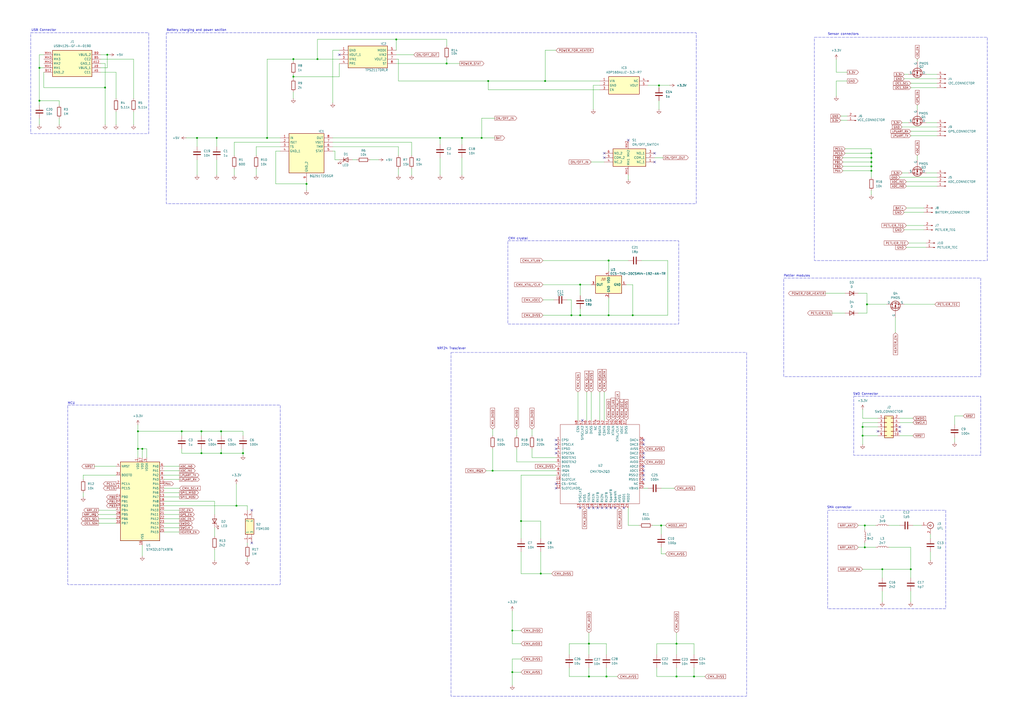
<source format=kicad_sch>
(kicad_sch (version 20231120) (generator "eeschema") (generator_version "8.0")
  (paper "A2")
  (title_block (date "2024-04-09") (company "AGH UST"))
  (junction (at 82.55 260.35))
  (junction (at 353.06 151.13))
  (junction (at 80.01 250.19))
  (junction (at 22.86 39.37))
  (junction (at 502.92 176.53))
  (junction (at 184.15 34.29))
  (junction (at 137.16 293.37))
  (junction (at 170.18 44.45))
  (junction (at 511.81 330.2))
  (junction (at 505.46 99.06))
  (junction (at 116.84 262.89))
  (junction (at 297.18 389.89))
  (junction (at 285.75 273.05))
  (junction (at 170.18 34.29))
  (junction (at 505.46 91.44))
  (junction (at 177.8 106.68))
  (junction (at 382.27 49.53))
  (junction (at 105.41 250.19))
  (junction (at 302.26 302.26))
  (junction (at 62.23 31.75))
  (junction (at 505.46 96.52))
  (junction (at 267.97 80.01))
  (junction (at 341.63 392.43))
  (junction (at 500.38 247.65))
  (junction (at 116.84 250.19))
  (junction (at 313.69 332.74))
  (junction (at 128.27 250.19))
  (junction (at 316.23 46.99))
  (junction (at 279.4 80.01))
  (junction (at 341.63 373.38))
  (junction (at 392.43 392.43))
  (junction (at 297.18 365.76))
  (junction (at 351.79 392.43))
  (junction (at 154.94 80.01))
  (junction (at 501.65 304.8))
  (junction (at 367.03 182.88))
  (junction (at 331.47 182.88))
  (junction (at 22.86 58.42))
  (junction (at 528.32 330.2))
  (junction (at 501.65 317.5))
  (junction (at 114.3 80.01))
  (junction (at 229.87 22.86))
  (junction (at 80.01 260.35))
  (junction (at 255.27 80.01))
  (junction (at 259.08 36.83))
  (junction (at 140.97 262.89))
  (junction (at 283.21 46.99))
  (junction (at 505.46 88.9))
  (junction (at 402.59 392.43))
  (junction (at 336.55 182.88))
  (junction (at 500.38 252.73))
  (junction (at 505.46 93.98))
  (junction (at 392.43 373.38))
  (junction (at 383.54 304.8))
  (junction (at 353.06 182.88))
  (junction (at 60.96 50.8))
  (junction (at 336.55 165.1))
  (junction (at 128.27 262.89))
  (junction (at 125.73 80.01))
  (no_connect (at 364.49 81.28))
  (no_connect (at 521.97 247.65))
  (no_connect (at 146.05 295.91))
  (no_connect (at 373.38 275.59))
  (no_connect (at 379.73 88.9))
  (no_connect (at 373.38 270.51))
  (no_connect (at 337.82 243.84))
  (no_connect (at 346.71 294.64))
  (no_connect (at 356.87 294.64))
  (no_connect (at 509.27 250.19))
  (no_connect (at 350.52 91.44))
  (no_connect (at 341.63 294.64))
  (no_connect (at 322.58 262.89))
  (no_connect (at 336.55 294.64))
  (no_connect (at 373.38 265.43))
  (no_connect (at 354.33 294.64))
  (no_connect (at 322.58 283.21))
  (no_connect (at 146.05 314.96))
  (no_connect (at 349.25 294.64))
  (no_connect (at 350.52 88.9))
  (no_connect (at 373.38 257.81))
  (no_connect (at 196.85 31.75))
  (no_connect (at 379.73 93.98))
  (no_connect (at 373.38 278.13))
  (no_connect (at 361.95 294.64))
  (no_connect (at 373.38 273.05))
  (no_connect (at 373.38 262.89))
  (no_connect (at 322.58 255.27))
  (no_connect (at 322.58 257.81))
  (no_connect (at 322.58 280.67))
  (no_connect (at 521.97 250.19))
  (no_connect (at 344.17 294.64))
  (no_connect (at 373.38 255.27))
  (no_connect (at 351.79 294.64))
  (no_connect (at 322.58 260.35))
  (wire (pts (xy 491.49 41.91) (xy 485.14 41.91)))
  (wire (pts (xy 500.38 330.2) (xy 511.81 330.2)))
  (wire (pts (xy 322.58 29.21) (xy 316.23 29.21)))
  (wire (pts (xy 553.72 254) (xy 553.72 256.54)))
  (wire (pts (xy 283.21 52.07) (xy 283.21 46.99)))
  (wire (pts (xy 501.65 314.96) (xy 501.65 317.5)))
  (wire (pts (xy 285.75 260.35) (xy 285.75 273.05)))
  (wire (pts (xy 336.55 179.07) (xy 336.55 182.88)))
  (wire (pts (xy 347.98 52.07) (xy 283.21 52.07)))
  (wire (pts (xy 105.41 260.35) (xy 105.41 262.89)))
  (wire (pts (xy 194.31 92.71) (xy 196.85 92.71)))
  (wire (pts (xy 85.09 260.35) (xy 85.09 265.43)))
  (wire (pts (xy 505.46 110.49) (xy 505.46 113.03)))
  (wire (pts (xy 25.4 41.91) (xy 25.4 50.8)))
  (wire (pts (xy 287.02 80.01) (xy 279.4 80.01)))
  (wire (pts (xy 184.15 22.86) (xy 229.87 22.86)))
  (wire (pts (xy 505.46 96.52) (xy 505.46 99.06)))
  (wire (pts (xy 116.84 250.19) (xy 128.27 250.19)))
  (wire (pts (xy 193.04 29.21) (xy 196.85 29.21)))
  (wire (pts (xy 193.04 80.01) (xy 255.27 80.01)))
  (wire (pts (xy 128.27 262.89) (xy 140.97 262.89)))
  (wire (pts (xy 351.79 379.73) (xy 351.79 373.38)))
  (wire (pts (xy 501.65 304.8) (xy 508 304.8)))
  (wire (pts (xy 331.47 182.88) (xy 336.55 182.88)))
  (wire (pts (xy 240.03 31.75) (xy 229.87 31.75)))
  (wire (pts (xy 267.97 80.01) (xy 255.27 80.01)))
  (wire (pts (xy 34.29 68.58) (xy 34.29 72.39)))
  (wire (pts (xy 500.38 252.73) (xy 509.27 252.73)))
  (wire (pts (xy 313.69 302.26) (xy 302.26 302.26)))
  (wire (pts (xy 500.38 252.73) (xy 500.38 257.81)))
  (wire (pts (xy 524.51 133.35) (xy 535.94 133.35)))
  (wire (pts (xy 148.59 97.79) (xy 148.59 101.6)))
  (wire (pts (xy 528.32 317.5) (xy 528.32 330.2)))
  (wire (pts (xy 114.3 80.01) (xy 114.3 85.09)))
  (wire (pts (xy 267.97 80.01) (xy 279.4 80.01)))
  (wire (pts (xy 511.81 330.2) (xy 511.81 335.28)))
  (wire (pts (xy 528.32 50.8) (xy 543.56 50.8)))
  (wire (pts (xy 170.18 44.45) (xy 170.18 45.72)))
  (wire (pts (xy 523.24 73.66) (xy 543.56 73.66)))
  (wire (pts (xy 490.22 86.36) (xy 505.46 86.36)))
  (wire (pts (xy 490.22 88.9) (xy 505.46 88.9)))
  (wire (pts (xy 485.14 41.91) (xy 485.14 34.29)))
  (wire (pts (xy 279.4 68.58) (xy 279.4 80.01)))
  (wire (pts (xy 378.46 304.8) (xy 383.54 304.8)))
  (wire (pts (xy 381 373.38) (xy 392.43 373.38)))
  (wire (pts (xy 524.51 176.53) (xy 542.29 176.53)))
  (wire (pts (xy 532.13 90.17) (xy 532.13 92.71)))
  (wire (pts (xy 193.04 87.63) (xy 194.31 87.63)))
  (wire (pts (xy 330.2 387.35) (xy 330.2 392.43)))
  (wire (pts (xy 509.27 242.57) (xy 500.38 242.57)))
  (wire (pts (xy 528.32 78.74) (xy 543.56 78.74)))
  (wire (pts (xy 48.26 285.75) (xy 48.26 288.29)))
  (wire (pts (xy 527.05 140.97) (xy 537.21 140.97)))
  (wire (pts (xy 255.27 80.01) (xy 255.27 83.82)))
  (wire (pts (xy 313.69 312.42) (xy 313.69 302.26)))
  (wire (pts (xy 95.25 303.53) (xy 104.14 303.53)))
  (wire (pts (xy 341.63 367.03) (xy 341.63 373.38)))
  (wire (pts (xy 379.73 91.44) (xy 384.81 91.44)))
  (wire (pts (xy 229.87 22.86) (xy 259.08 22.86)))
  (wire (pts (xy 57.15 295.91) (xy 67.31 295.91)))
  (wire (pts (xy 344.17 63.5) (xy 344.17 49.53)))
  (wire (pts (xy 382.27 58.42) (xy 382.27 63.5)))
  (wire (pts (xy 140.97 250.19) (xy 140.97 252.73)))
  (wire (pts (xy 259.08 36.83) (xy 259.08 34.29)))
  (wire (pts (xy 514.35 176.53) (xy 502.92 176.53)))
  (wire (pts (xy 505.46 86.36) (xy 505.46 88.9)))
  (wire (pts (xy 22.86 58.42) (xy 34.29 58.42)))
  (wire (pts (xy 255.27 91.44) (xy 255.27 101.6)))
  (wire (pts (xy 525.78 130.81) (xy 535.94 130.81)))
  (wire (pts (xy 351.79 387.35) (xy 351.79 392.43)))
  (wire (pts (xy 57.15 298.45) (xy 67.31 298.45)))
  (wire (pts (xy 283.21 46.99) (xy 316.23 46.99)))
  (wire (pts (xy 316.23 46.99) (xy 347.98 46.99)))
  (wire (pts (xy 487.68 69.85) (xy 491.49 69.85)))
  (wire (pts (xy 553.72 246.38) (xy 553.72 241.3)))
  (wire (pts (xy 231.14 46.99) (xy 283.21 46.99)))
  (wire (pts (xy 104.14 275.59) (xy 95.25 275.59)))
  (wire (pts (xy 341.63 392.43) (xy 351.79 392.43)))
  (wire (pts (xy 285.75 248.92) (xy 285.75 252.73)))
  (wire (pts (xy 528.32 330.2) (xy 528.32 335.28)))
  (wire (pts (xy 114.3 92.71) (xy 114.3 101.6)))
  (wire (pts (xy 297.18 365.76) (xy 302.26 365.76)))
  (wire (pts (xy 231.14 34.29) (xy 231.14 46.99)))
  (wire (pts (xy 342.9 165.1) (xy 336.55 165.1)))
  (wire (pts (xy 125.73 85.09) (xy 125.73 80.01)))
  (wire (pts (xy 500.38 247.65) (xy 500.38 252.73)))
  (wire (pts (xy 336.55 165.1) (xy 336.55 171.45)))
  (wire (pts (xy 501.65 307.34) (xy 501.65 304.8)))
  (wire (pts (xy 60.96 36.83) (xy 60.96 50.8)))
  (wire (pts (xy 537.21 71.12) (xy 543.56 71.12)))
  (wire (pts (xy 124.46 318.77) (xy 124.46 325.12)))
  (wire (pts (xy 229.87 22.86) (xy 229.87 29.21)))
  (wire (pts (xy 383.54 304.8) (xy 386.08 304.8)))
  (wire (pts (xy 104.14 308.61) (xy 95.25 308.61)))
  (wire (pts (xy 22.86 68.58) (xy 22.86 72.39)))
  (wire (pts (xy 125.73 92.71) (xy 125.73 101.6)))
  (wire (pts (xy 162.56 87.63) (xy 160.02 87.63)))
  (wire (pts (xy 135.89 97.79) (xy 135.89 101.6)))
  (wire (pts (xy 302.26 320.04) (xy 302.26 332.74)))
  (wire (pts (xy 381 392.43) (xy 392.43 392.43)))
  (wire (pts (xy 521.97 102.87) (xy 543.56 102.87)))
  (wire (pts (xy 383.54 321.31) (xy 383.54 317.5)))
  (wire (pts (xy 107.95 80.01) (xy 114.3 80.01)))
  (wire (pts (xy 193.04 59.69) (xy 193.04 29.21)))
  (wire (pts (xy 302.26 275.59) (xy 322.58 275.59)))
  (wire (pts (xy 267.97 91.44) (xy 267.97 101.6)))
  (wire (pts (xy 351.79 373.38) (xy 341.63 373.38)))
  (wire (pts (xy 505.46 99.06) (xy 505.46 102.87)))
  (wire (pts (xy 501.65 317.5) (xy 508 317.5)))
  (wire (pts (xy 22.86 39.37) (xy 25.4 39.37)))
  (wire (pts (xy 524.51 123.19) (xy 535.94 123.19)))
  (wire (pts (xy 364.49 304.8) (xy 370.84 304.8)))
  (wire (pts (xy 314.96 182.88) (xy 331.47 182.88)))
  (wire (pts (xy 386.08 321.31) (xy 383.54 321.31)))
  (wire (pts (xy 229.87 36.83) (xy 259.08 36.83)))
  (wire (pts (xy 48.26 275.59) (xy 67.31 275.59)))
  (wire (pts (xy 330.2 392.43) (xy 341.63 392.43)))
  (wire (pts (xy 135.89 82.55) (xy 135.89 90.17)))
  (wire (pts (xy 342.9 93.98) (xy 350.52 93.98)))
  (wire (pts (xy 116.84 262.89) (xy 128.27 262.89)))
  (wire (pts (xy 487.68 67.31) (xy 491.49 67.31)))
  (wire (pts (xy 82.55 265.43) (xy 82.55 260.35)))
  (wire (pts (xy 194.31 87.63) (xy 194.31 92.71)))
  (wire (pts (xy 505.46 93.98) (xy 505.46 96.52)))
  (wire (pts (xy 387.35 151.13) (xy 372.11 151.13)))
  (wire (pts (xy 104.14 298.45) (xy 95.25 298.45)))
  (wire (pts (xy 125.73 80.01) (xy 154.94 80.01)))
  (wire (pts (xy 488.95 93.98) (xy 505.46 93.98)))
  (wire (pts (xy 383.54 283.21) (xy 391.16 283.21)))
  (wire (pts (xy 143.51 293.37) (xy 143.51 295.91)))
  (wire (pts (xy 82.55 260.35) (xy 80.01 260.35)))
  (wire (pts (xy 330.2 373.38) (xy 341.63 373.38)))
  (wire (pts (xy 196.85 44.45) (xy 196.85 36.83)))
  (wire (pts (xy 331.47 173.99) (xy 331.47 182.88)))
  (wire (pts (xy 392.43 367.03) (xy 392.43 373.38)))
  (wire (pts (xy 116.84 250.19) (xy 116.84 252.73)))
  (wire (pts (xy 148.59 90.17) (xy 148.59 85.09)))
  (wire (pts (xy 302.26 332.74) (xy 313.69 332.74)))
  (wire (pts (xy 375.92 49.53) (xy 382.27 49.53)))
  (wire (pts (xy 364.49 294.64) (xy 364.49 304.8)))
  (wire (pts (xy 128.27 250.19) (xy 128.27 252.73)))
  (wire (pts (xy 137.16 293.37) (xy 143.51 293.37)))
  (wire (pts (xy 62.23 31.75) (xy 63.5 31.75)))
  (wire (pts (xy 521.97 245.11) (xy 529.59 245.11)))
  (wire (pts (xy 527.05 71.12) (xy 523.24 71.12)))
  (wire (pts (xy 511.81 330.2) (xy 528.32 330.2)))
  (wire (pts (xy 77.47 34.29) (xy 77.47 57.15)))
  (wire (pts (xy 511.81 342.9) (xy 511.81 349.25)))
  (wire (pts (xy 515.62 304.8) (xy 521.97 304.8)))
  (wire (pts (xy 297.18 382.27) (xy 302.26 382.27)))
  (wire (pts (xy 497.84 304.8) (xy 501.65 304.8)))
  (wire (pts (xy 335.28 227.33) (xy 335.28 243.84)))
  (wire (pts (xy 259.08 36.83) (xy 266.7 36.83)))
  (wire (pts (xy 344.17 49.53) (xy 347.98 49.53)))
  (wire (pts (xy 95.25 285.75) (xy 104.14 285.75)))
  (wire (pts (xy 528.32 342.9) (xy 528.32 349.25)))
  (wire (pts (xy 58.42 36.83) (xy 60.96 36.83)))
  (wire (pts (xy 259.08 26.67) (xy 259.08 22.86)))
  (wire (pts (xy 105.41 250.19) (xy 116.84 250.19)))
  (wire (pts (xy 22.86 60.96) (xy 22.86 58.42)))
  (wire (pts (xy 48.26 278.13) (xy 48.26 275.59)))
  (wire (pts (xy 525.78 143.51) (xy 537.21 143.51)))
  (wire (pts (xy 60.96 50.8) (xy 60.96 72.39)))
  (wire (pts (xy 80.01 260.35) (xy 80.01 265.43)))
  (wire (pts (xy 128.27 250.19) (xy 140.97 250.19)))
  (wire (pts (xy 177.8 105.41) (xy 177.8 106.68)))
  (wire (pts (xy 308.61 265.43) (xy 308.61 260.35)))
  (wire (pts (xy 497.84 317.5) (xy 501.65 317.5)))
  (wire (pts (xy 193.04 82.55) (xy 238.76 82.55)))
  (wire (pts (xy 330.2 379.73) (xy 330.2 373.38)))
  (wire (pts (xy 140.97 262.89) (xy 140.97 264.16)))
  (wire (pts (xy 328.93 173.99) (xy 331.47 173.99)))
  (wire (pts (xy 336.55 182.88) (xy 353.06 182.88)))
  (wire (pts (xy 364.49 101.6) (xy 364.49 104.14)))
  (wire (pts (xy 302.26 373.38) (xy 297.18 373.38)))
  (wire (pts (xy 342.9 227.33) (xy 342.9 243.84)))
  (wire (pts (xy 143.51 314.96) (xy 143.51 316.23)))
  (wire (pts (xy 336.55 165.1) (xy 314.96 165.1)))
  (wire (pts (xy 497.84 181.61) (xy 502.92 181.61)))
  (wire (pts (xy 95.25 290.83) (xy 124.46 290.83)))
  (wire (pts (xy 529.59 304.8) (xy 534.67 304.8)))
  (wire (pts (xy 128.27 260.35) (xy 128.27 262.89)))
  (wire (pts (xy 58.42 34.29) (xy 77.47 34.29)))
  (wire (pts (xy 124.46 306.07) (xy 124.46 311.15)))
  (wire (pts (xy 353.06 151.13) (xy 364.49 151.13)))
  (wire (pts (xy 341.63 387.35) (xy 341.63 392.43)))
  (wire (pts (xy 297.18 354.33) (xy 297.18 365.76)))
  (wire (pts (xy 302.26 302.26) (xy 302.26 312.42)))
  (wire (pts (xy 95.25 270.51) (xy 104.14 270.51)))
  (wire (pts (xy 299.72 260.35) (xy 299.72 267.97)))
  (wire (pts (xy 105.41 262.89) (xy 116.84 262.89)))
  (wire (pts (xy 402.59 379.73) (xy 402.59 373.38)))
  (wire (pts (xy 521.97 242.57) (xy 529.59 242.57)))
  (wire (pts (xy 353.06 182.88) (xy 367.03 182.88)))
  (wire (pts (xy 525.78 120.65) (xy 535.94 120.65)))
  (wire (pts (xy 527.05 43.18) (xy 524.51 43.18)))
  (wire (pts (xy 297.18 373.38) (xy 297.18 365.76)))
  (wire (pts (xy 104.14 295.91) (xy 95.25 295.91)))
  (wire (pts (xy 54.61 270.51) (xy 67.31 270.51)))
  (wire (pts (xy 170.18 44.45) (xy 196.85 44.45)))
  (wire (pts (xy 392.43 387.35) (xy 392.43 392.43)))
  (wire (pts (xy 114.3 80.01) (xy 125.73 80.01)))
  (wire (pts (xy 381 379.73) (xy 381 373.38)))
  (wire (pts (xy 524.51 45.72) (xy 543.56 45.72)))
  (wire (pts (xy 402.59 392.43) (xy 408.94 392.43)))
  (wire (pts (xy 104.14 278.13) (xy 95.25 278.13)))
  (wire (pts (xy 82.55 316.23) (xy 82.55 322.58)))
  (wire (pts (xy 519.43 184.15) (xy 519.43 193.04)))
  (wire (pts (xy 170.18 43.18) (xy 170.18 44.45)))
  (wire (pts (xy 58.42 39.37) (xy 62.23 39.37)))
  (wire (pts (xy 154.94 80.01) (xy 162.56 80.01)))
  (wire (pts (xy 488.95 91.44) (xy 505.46 91.44)))
  (wire (pts (xy 500.38 247.65) (xy 509.27 247.65)))
  (wire (pts (xy 22.86 39.37) (xy 22.86 58.42)))
  (wire (pts (xy 34.29 58.42) (xy 34.29 60.96)))
  (wire (pts (xy 238.76 90.17) (xy 238.76 82.55)))
  (wire (pts (xy 95.25 306.07) (xy 104.14 306.07)))
  (wire (pts (xy 204.47 92.71) (xy 207.01 92.71)))
  (wire (pts (xy 58.42 31.75) (xy 62.23 31.75)))
  (wire (pts (xy 302.26 302.26) (xy 302.26 275.59)))
  (wire (pts (xy 177.8 106.68) (xy 177.8 110.49)))
  (wire (pts (xy 353.06 151.13) (xy 353.06 157.48)))
  (wire (pts (xy 314.96 173.99) (xy 321.31 173.99)))
  (wire (pts (xy 299.72 248.92) (xy 299.72 252.73)))
  (wire (pts (xy 382.27 49.53) (xy 388.62 49.53)))
  (wire (pts (xy 521.97 252.73) (xy 529.59 252.73)))
  (wire (pts (xy 238.76 97.79) (xy 238.76 101.6)))
  (wire (pts (xy 124.46 290.83) (xy 124.46 298.45)))
  (wire (pts (xy 351.79 392.43) (xy 358.14 392.43)))
  (wire (pts (xy 170.18 34.29) (xy 170.18 35.56)))
  (wire (pts (xy 162.56 82.55) (xy 135.89 82.55)))
  (wire (pts (xy 308.61 248.92) (xy 308.61 252.73)))
  (wire (pts (xy 316.23 29.21) (xy 316.23 46.99)))
  (wire (pts (xy 515.62 317.5) (xy 528.32 317.5)))
  (wire (pts (xy 170.18 34.29) (xy 154.94 34.29)))
  (wire (pts (xy 25.4 31.75) (xy 22.86 31.75)))
  (wire (pts (xy 57.15 303.53) (xy 67.31 303.53)))
  (wire (pts (xy 58.42 41.91) (xy 67.31 41.91)))
  (wire (pts (xy 341.63 373.38) (xy 341.63 379.73)))
  (wire (pts (xy 80.01 250.19) (xy 80.01 260.35)))
  (wire (pts (xy 539.75 320.04) (xy 539.75 325.12)))
  (wire (pts (xy 313.69 332.74) (xy 320.04 332.74)))
  (wire (pts (xy 537.21 100.33) (xy 543.56 100.33)))
  (wire (pts (xy 67.31 64.77) (xy 67.31 72.39)))
  (wire (pts (xy 500.38 242.57) (xy 500.38 237.49)))
  (wire (pts (xy 539.75 309.88) (xy 539.75 312.42)))
  (wire (pts (xy 373.38 283.21) (xy 375.92 283.21)))
  (wire (pts (xy 363.22 165.1) (xy 367.03 165.1)))
  (wire (pts (xy 67.31 41.91) (xy 67.31 57.15)))
  (wire (pts (xy 527.05 100.33) (xy 523.24 100.33)))
  (wire (pts (xy 392.43 373.38) (xy 392.43 379.73)))
  (wire (pts (xy 116.84 260.35) (xy 116.84 262.89)))
  (wire (pts (xy 77.47 64.77) (xy 77.47 72.39)))
  (wire (pts (xy 297.18 389.89) (xy 297.18 397.51)))
  (wire (pts (xy 229.87 34.29) (xy 231.14 34.29)))
  (wire (pts (xy 22.86 31.75) (xy 22.86 39.37)))
  (wire (pts (xy 193.04 85.09) (xy 231.14 85.09)))
  (wire (pts (xy 381 387.35) (xy 381 392.43)))
  (wire (pts (xy 267.97 80.01) (xy 267.97 83.82)))
  (wire (pts (xy 57.15 300.99) (xy 67.31 300.99)))
  (wire (pts (xy 184.15 34.29) (xy 196.85 34.29)))
  (wire (pts (xy 528.32 48.26) (xy 543.56 48.26)))
  (wire (pts (xy 285.75 273.05) (xy 322.58 273.05)))
  (wire (pts (xy 543.56 43.18) (xy 537.21 43.18)))
  (wire (pts (xy 105.41 250.19) (xy 105.41 252.73)))
  (wire (pts (xy 383.54 304.8) (xy 383.54 309.88)))
  (wire (pts (xy 95.25 288.29) (xy 104.14 288.29)))
  (wire (pts (xy 392.43 392.43) (xy 402.59 392.43)))
  (wire (pts (xy 160.02 106.68) (xy 177.8 106.68)))
  (wire (pts (xy 170.18 53.34) (xy 170.18 57.15)))
  (wire (pts (xy 104.14 300.99) (xy 95.25 300.99)))
  (wire (pts (xy 184.15 34.29) (xy 170.18 34.29)))
  (wire (pts (xy 140.97 260.35) (xy 140.97 262.89)))
  (wire (pts (xy 505.46 88.9) (xy 505.46 91.44)))
  (wire (pts (xy 509.27 245.11) (xy 500.38 245.11)))
  (wire (pts (xy 482.6 181.61) (xy 490.22 181.61)))
  (wire (pts (xy 137.16 280.67) (xy 137.16 293.37)))
  (wire (pts (xy 299.72 267.97) (xy 322.58 267.97)))
  (wire (pts (xy 219.71 92.71) (xy 214.63 92.71)))
  (wire (pts (xy 143.51 323.85) (xy 143.51 325.12)))
  (wire (pts (xy 488.95 99.06) (xy 505.46 99.06)))
  (wire (pts (xy 231.14 85.09) (xy 231.14 90.17)))
  (wire (pts (xy 184.15 22.86) (xy 184.15 34.29)))
  (wire (pts (xy 25.4 50.8) (xy 60.96 50.8)))
  (wire (pts (xy 281.94 273.05) (xy 285.75 273.05)))
  (wire (pts (xy 313.69 320.04) (xy 313.69 332.74)))
  (wire (pts (xy 488.95 96.52) (xy 505.46 96.52)))
  (wire (pts (xy 353.06 172.72) (xy 353.06 182.88)))
  (wire (pts (xy 502.92 176.53) (xy 502.92 181.61)))
  (wire (pts (xy 297.18 389.89) (xy 302.26 389.89)))
  (wire (pts (xy 350.52 227.33) (xy 350.52 243.84)))
  (wire (pts (xy 528.32 76.2) (xy 543.56 76.2)))
  (wire (pts (xy 402.59 387.35) (xy 402.59 392.43)))
  (wire (pts (xy 525.78 107.95) (xy 543.56 107.95)))
  (wire (pts (xy 231.14 97.79) (xy 231.14 101.6)))
  (wire (pts (xy 104.14 273.05) (xy 95.25 273.05)))
  (wire (pts (xy 402.59 373.38) (xy 392.43 373.38)))
  (wire (pts (xy 80.01 246.38) (xy 80.01 250.19)))
  (wire (pts (xy 505.46 91.44) (xy 505.46 93.98)))
  (wire (pts (xy 367.03 165.1) (xy 367.03 182.88)))
  (wire (pts (xy 148.59 85.09) (xy 162.56 85.09)))
  (wire (pts (xy 82.55 260.35) (xy 85.09 260.35)))
  (wire (pts (xy 553.72 241.3) (xy 558.8 241.3)))
  (wire (pts (xy 95.25 293.37) (xy 137.16 293.37)))
  (wire (pts (xy 62.23 39.37) (xy 62.23 31.75)))
  (wire (pts (xy 478.79 170.18) (xy 490.22 170.18)))
  (wire (pts (xy 382.27 49.53) (xy 382.27 50.8)))
  (wire (pts (xy 367.03 182.88) (xy 387.35 182.88)))
  (wire (pts (xy 502.92 170.18) (xy 502.92 176.53)))
  (wire (pts (xy 532.13 60.96) (xy 532.13 63.5)))
  (wire (pts (xy 500.38 247.65) (xy 500.38 245.11)))
  (wire (pts (xy 340.36 227.33) (xy 340.36 243.84)))
  (wire (pts (xy 485.14 46.99) (xy 485.14 55.88)))
  (wire (pts (xy 154.94 34.29) (xy 154.94 80.01)))
  (wire (pts (xy 287.02 68.58) (xy 279.4 68.58)))
  (wire (pts (xy 297.18 382.27) (xy 297.18 389.89)))
  (wire (pts (xy 347.98 227.33) (xy 347.98 243.84)))
  (wire (pts (xy 80.01 250.19) (xy 105.41 250.19)))
  (wire (pts (xy 322.58 265.43) (xy 308.61 265.43)))
  (wire (pts (xy 532.13 34.29) (xy 532.13 35.56)))
  (wire (pts (xy 525.78 105.41) (xy 543.56 105.41)))
  (wire (pts (xy 387.35 182.88) (xy 387.35 151.13)))
  (wire (pts (xy 497.84 170.18) (xy 502.92 170.18)))
  (wire (pts (xy 485.14 46.99) (xy 491.49 46.99)))
  (wire (pts (xy 95.25 283.21) (xy 104.14 283.21)))
  (wire (pts (xy 314.96 151.13) (xy 353.06 151.13)))
  (wire (pts (xy 160.02 87.63) (xy 160.02 106.68)))
  (rectangle (start 480.06 295.91) (end 548.64 353.06) (stroke (width 0) (type dash)))
  (rectangle (start 96.52 19.05) (end 403.86 118.11) (stroke (width 0) (type dash)))
  (rectangle (start 495.3 229.87) (end 568.96 264.16) (stroke (width 0) (type dash)))
  (rectangle (start 472.44 21.59) (end 572.77 151.13) (stroke (width 0) (type dash)))
  (rectangle (start 39.37 234.95) (end 162.56 339.09) (stroke (width 0) (type dash)))
  (rectangle (start 17.78 19.05) (end 86.36 77.47) (stroke (width 0) (type dash)))
  (rectangle (start 294.64 139.7) (end 393.7 187.96) (stroke (width 0) (type dash)))
  (rectangle (start 261.62 204.47) (end 433.07 403.86) (stroke (width 0) (type dash)))
  (rectangle (start 454.66 161.29) (end 568.96 218.44) (stroke (width 0) (type dash)))
  (text "Sensor connectors" (at 489.204 19.812 0) (effects (font (size 1.27 1.27))))
  (text "Battery charging and power section" (at 114.046 17.526 0) (effects (font (size 1.27 1.27))))
  (text "NRF24 Trasciever" (at 261.874 202.184 0) (effects (font (size 1.27 1.27))))
  (text "SMA connector" (at 486.918 294.386 0) (effects (font (size 1.27 1.27))))
  (text "MCU" (at 41.402 233.934 0) (effects (font (size 1.27 1.27))))
  (text "SWD Connector" (at 502.158 228.6 0) (effects (font (size 1.27 1.27))))
  (text "Petlier modules" (at 462.28 160.02 0) (effects (font (size 1.27 1.27))))
  (text "CMX crystal\n" (at 300.482 138.43 0) (effects (font (size 1.27 1.27))))
  (text "USB Connector" (at 25.4 17.526 0) (effects (font (size 1.27 1.27))))
  (global_label "GPS_EN" (shape output) (at 104.14 298.45 0) (effects (font (size 1.143 1.143))) (property "Intersheetrefs" "${INTERSHEET_REFS}" (effects (hide yes))))
  (global_label "GND" (shape input) (at 524.51 123.19 180) (property "Intersheetrefs" "${INTERSHEET_REFS}" (effects (hide yes))))
  (global_label "CMX_AVSS" (shape input) (at 373.38 260.35 0) (property "Intersheetrefs" "${INTERSHEET_REFS}" (effects (hide yes))))
  (global_label "PB1" (shape output) (at 67.31 290.83 180) (effects (font (size 1.143 1.143))) (property "Intersheetrefs" "${INTERSHEET_REFS}" (effects (hide yes))))
  (global_label "PC15" (shape output) (at 67.31 283.21 180) (property "Intersheetrefs" "${INTERSHEET_REFS}" (effects (hide yes))))
  (global_label "MOD2_ANT" (shape input) (at 386.08 304.8 0) (property "Intersheetrefs" "${INTERSHEET_REFS}" (effects (hide yes))))
  (global_label "ADC_IN0" (shape input) (at 525.78 107.95 180) (effects (font (size 1.143 1.143))) (property "Intersheetrefs" "${INTERSHEET_REFS}" (effects (hide yes))))
  (global_label "ADC_EN" (shape input) (at 532.13 90.17 90) (effects (font (size 1.143 1.143))) (property "Intersheetrefs" "${INTERSHEET_REFS}" (effects (hide yes))))
  (global_label "PETLIER_TEG" (shape input) (at 525.78 130.81 180) (property "Intersheetrefs" "${INTERSHEET_REFS}" (effects (hide yes))))
  (global_label "CMX_CSN" (shape input) (at 335.28 227.33 90) (property "Intersheetrefs" "${INTERSHEET_REFS}" (effects (hide yes))))
  (global_label "I2C_EN" (shape output) (at 104.14 295.91 0) (effects (font (size 1.143 1.143))) (property "Intersheetrefs" "${INTERSHEET_REFS}" (effects (hide yes))))
  (global_label "SWDIO" (shape input) (at 529.59 242.57 0) (effects (font (size 1.143 1.143))) (property "Intersheetrefs" "${INTERSHEET_REFS}" (effects (hide yes))))
  (global_label "CMX_AVSS" (shape input) (at 386.08 321.31 0) (property "Intersheetrefs" "${INTERSHEET_REFS}" (effects (hide yes))))
  (global_label "NRF_IRQ" (shape input) (at 57.15 298.45 180) (effects (font (size 1.143 1.143))) (property "Intersheetrefs" "${INTERSHEET_REFS}" (effects (hide yes))))
  (global_label "I2C1_SCL" (shape output) (at 57.15 300.99 180) (effects (font (size 1.143 1.143))) (property "Intersheetrefs" "${INTERSHEET_REFS}" (effects (hide yes))))
  (global_label "CMX_IRQN" (shape input) (at 281.94 273.05 180) (property "Intersheetrefs" "${INTERSHEET_REFS}" (effects (hide yes))))
  (global_label "CMX_SCLK" (shape input) (at 104.14 283.21 0) (property "Intersheetrefs" "${INTERSHEET_REFS}" (effects (hide yes))))
  (global_label "NRST" (shape input) (at 529.59 252.73 0) (effects (font (size 1.143 1.143))) (property "Intersheetrefs" "${INTERSHEET_REFS}" (effects (hide yes))))
  (global_label "PC14" (shape output) (at 67.31 280.67 180) (property "Intersheetrefs" "${INTERSHEET_REFS}" (effects (hide yes))))
  (global_label "CMX_AVDD" (shape input) (at 302.26 373.38 0) (property "Intersheetrefs" "${INTERSHEET_REFS}" (effects (hide yes))))
  (global_label "PA4" (shape output) (at 95.25 280.67 0) (effects (font (size 1.143 1.143))) (property "Intersheetrefs" "${INTERSHEET_REFS}" (effects (hide yes))))
  (global_label "NRST" (shape output) (at 54.61 270.51 180) (property "Intersheetrefs" "${INTERSHEET_REFS}" (effects (hide yes))))
  (global_label "GND" (shape input) (at 524.51 45.72 180) (effects (font (size 1.143 1.143))) (property "Intersheetrefs" "${INTERSHEET_REFS}" (effects (hide yes))))
  (global_label "I2C1_SCL" (shape input) (at 528.32 48.26 180) (effects (font (size 1.143 1.143))) (property "Intersheetrefs" "${INTERSHEET_REFS}" (effects (hide yes))))
  (global_label "SWCLK" (shape output) (at 104.14 306.07 0) (effects (font (size 1.143 1.143))) (property "Intersheetrefs" "${INTERSHEET_REFS}" (effects (hide yes))))
  (global_label "LPUART_TX" (shape output) (at 104.14 275.59 0) (effects (font (size 1.143 1.143))) (property "Intersheetrefs" "${INTERSHEET_REFS}" (effects (hide yes))))
  (global_label "CMX_DVSS" (shape input) (at 342.9 227.33 90) (property "Intersheetrefs" "${INTERSHEET_REFS}" (effects (hide yes))))
  (global_label "PB3" (shape output) (at 67.31 293.37 180) (effects (font (size 1.143 1.143))) (property "Intersheetrefs" "${INTERSHEET_REFS}" (effects (hide yes))))
  (global_label "PB0" (shape output) (at 67.31 288.29 180) (effects (font (size 1.143 1.143))) (property "Intersheetrefs" "${INTERSHEET_REFS}" (effects (hide yes))))
  (global_label "CMX_CDATA" (shape input) (at 350.52 227.33 90) (property "Intersheetrefs" "${INTERSHEET_REFS}" (effects (hide yes))))
  (global_label "GND" (shape input) (at 523.24 73.66 180) (effects (font (size 1.143 1.143))) (property "Intersheetrefs" "${INTERSHEET_REFS}" (effects (hide yes))))
  (global_label "CMX_AVSS" (shape input) (at 359.41 294.64 270) (property "Intersheetrefs" "${INTERSHEET_REFS}" (effects (hide yes))))
  (global_label "PC15" (shape input) (at 490.22 88.9 180) (effects (font (size 1.143 1.143))) (property "Intersheetrefs" "${INTERSHEET_REFS}" (effects (hide yes))))
  (global_label "PA4" (shape input) (at 488.95 99.06 180) (effects (font (size 1.143 1.143))) (property "Intersheetrefs" "${INTERSHEET_REFS}" (effects (hide yes))))
  (global_label "POWER_FOR_HEATER" (shape input) (at 322.58 29.21 0) (property "Intersheetrefs" "${INTERSHEET_REFS}" (effects (hide yes))))
  (global_label "CMX_XTAL{slash}CLK" (shape input) (at 358.14 243.84 90) (property "Intersheetrefs" "${INTERSHEET_REFS}" (effects (hide yes))))
  (global_label "CMX_AVDD" (shape input) (at 341.63 367.03 90) (property "Intersheetrefs" "${INTERSHEET_REFS}" (effects (hide yes))))
  (global_label "CMX_DVSS" (shape input) (at 322.58 270.51 180) (property "Intersheetrefs" "${INTERSHEET_REFS}" (effects (hide yes))))
  (global_label "POWER_STAT" (shape output) (at 266.7 36.83 0) (property "Intersheetrefs" "${INTERSHEET_REFS}" (effects (hide yes))))
  (global_label "3.3V" (shape input) (at 523.24 71.12 180) (effects (font (size 1.143 1.143))) (property "Intersheetrefs" "${INTERSHEET_REFS}" (effects (hide yes))))
  (global_label "PC14" (shape input) (at 490.22 86.36 180) (effects (font (size 1.143 1.143))) (property "Intersheetrefs" "${INTERSHEET_REFS}" (effects (hide yes))))
  (global_label "GND" (shape input) (at 521.97 102.87 180) (effects (font (size 1.143 1.143))) (property "Intersheetrefs" "${INTERSHEET_REFS}" (effects (hide yes))))
  (global_label "GND" (shape output) (at 491.49 46.99 0) (property "Intersheetrefs" "${INTERSHEET_REFS}" (effects (hide yes))))
  (global_label "SWDIO" (shape output) (at 104.14 303.53 0) (effects (font (size 1.143 1.143))) (property "Intersheetrefs" "${INTERSHEET_REFS}" (effects (hide yes))))
  (global_label "ADC_EN" (shape output) (at 104.14 300.99 0) (effects (font (size 1.143 1.143))) (property "Intersheetrefs" "${INTERSHEET_REFS}" (effects (hide yes))))
  (global_label "CMX_DVSS" (shape input) (at 314.96 182.88 180) (property "Intersheetrefs" "${INTERSHEET_REFS}" (effects (hide yes))))
  (global_label "CMX_AVSS" (shape input) (at 391.16 283.21 0) (property "Intersheetrefs" "${INTERSHEET_REFS}" (effects (hide yes))))
  (global_label "CMX_DVDD" (shape input) (at 299.72 248.92 90) (property "Intersheetrefs" "${INTERSHEET_REFS}" (effects (hide yes))))
  (global_label "LPUART_RX" (shape output) (at 104.14 278.13 0) (effects (font (size 1.143 1.143))) (property "Intersheetrefs" "${INTERSHEET_REFS}" (effects (hide yes))))
  (global_label "CMX_XTAL{slash}CLK" (shape input) (at 314.96 165.1 180) (property "Intersheetrefs" "${INTERSHEET_REFS}" (effects (hide yes))))
  (global_label "PB3" (shape input) (at 488.95 96.52 180) (effects (font (size 1.143 1.143))) (property "Intersheetrefs" "${INTERSHEET_REFS}" (effects (hide yes))))
  (global_label "NRF_ANT1" (shape input) (at 497.84 317.5 180) (property "Intersheetrefs" "${INTERSHEET_REFS}" (effects (hide yes))))
  (global_label "3.3V" (shape input) (at 524.51 43.18 180) (effects (font (size 1.143 1.143))) (property "Intersheetrefs" "${INTERSHEET_REFS}" (effects (hide yes))))
  (global_label "PB0" (shape input) (at 488.95 91.44 180) (effects (font (size 1.143 1.143))) (property "Intersheetrefs" "${INTERSHEET_REFS}" (effects (hide yes))))
  (global_label "GND" (shape input) (at 525.78 143.51 180) (property "Intersheetrefs" "${INTERSHEET_REFS}" (effects (hide yes))))
  (global_label "CMX_DVSS" (shape input) (at 339.09 294.64 270) (property "Intersheetrefs" "${INTERSHEET_REFS}" (effects (hide yes))))
  (global_label "SPI1_MOSI" (shape output) (at 104.14 288.29 0) (effects (font (size 1.143 1.143))) (property "Intersheetrefs" "${INTERSHEET_REFS}" (effects (hide yes))))
  (global_label "I2C1_SDA" (shape input) (at 528.32 50.8 180) (effects (font (size 1.143 1.143))) (property "Intersheetrefs" "${INTERSHEET_REFS}" (effects (hide yes))))
  (global_label "CMX_VDEC" (shape input) (at 360.68 243.84 90) (property "Intersheetrefs" "${INTERSHEET_REFS}" (effects (hide yes))))
  (global_label "BAT" (shape output) (at 287.02 80.01 0) (property "Intersheetrefs" "${INTERSHEET_REFS}" (effects (hide yes))))
  (global_label "ON{slash}OFF_OUT" (shape input) (at 240.03 31.75 0) (property "Intersheetrefs" "${INTERSHEET_REFS}" (effects (hide yes))))
  (global_label "CMX_DVDD" (shape input) (at 392.43 367.03 90) (property "Intersheetrefs" "${INTERSHEET_REFS}" (effects (hide yes))))
  (global_label "HEATER_EN" (shape input) (at 519.43 193.04 270) (property "Intersheetrefs" "${INTERSHEET_REFS}" (effects (hide yes))))
  (global_label "ADC_IN1" (shape input) (at 525.78 105.41 180) (effects (font (size 1.143 1.143))) (property "Intersheetrefs" "${INTERSHEET_REFS}" (effects (hide yes))))
  (global_label "CMX_VDEC" (shape input) (at 314.96 173.99 180) (property "Intersheetrefs" "${INTERSHEET_REFS}" (effects (hide yes))))
  (global_label "CMX_DVDD" (shape input) (at 308.61 248.92 90) (property "Intersheetrefs" "${INTERSHEET_REFS}" (effects (hide yes))))
  (global_label "ADC_IN0" (shape output) (at 104.14 270.51 0) (effects (font (size 1.143 1.143))) (property "Intersheetrefs" "${INTERSHEET_REFS}" (effects (hide yes))))
  (global_label "BAT+" (shape input) (at 525.78 120.65 180) (property "Intersheetrefs" "${INTERSHEET_REFS}" (effects (hide yes))))
  (global_label "NRF_CE" (shape output) (at 57.15 295.91 180) (effects (font (size 1.143 1.143))) (property "Intersheetrefs" "${INTERSHEET_REFS}" (effects (hide yes))))
  (global_label "NRF_ANT2" (shape input) (at 497.84 304.8 180) (property "Intersheetrefs" "${INTERSHEET_REFS}" (effects (hide yes))))
  (global_label "I2C_EN" (shape input) (at 532.13 34.29 90) (effects (font (size 1.143 1.143))) (property "Intersheetrefs" "${INTERSHEET_REFS}" (effects (hide yes))))
  (global_label "3.3V" (shape input) (at 523.24 100.33 180) (effects (font (size 1.143 1.143))) (property "Intersheetrefs" "${INTERSHEET_REFS}" (effects (hide yes))))
  (global_label "CMX_DVSS" (shape input) (at 320.04 332.74 0) (property "Intersheetrefs" "${INTERSHEET_REFS}" (effects (hide yes))))
  (global_label "ON{slash}OFF_IN" (shape input) (at 342.9 93.98 180) (property "Intersheetrefs" "${INTERSHEET_REFS}" (effects (hide yes))))
  (global_label "CMX_SCLK" (shape input) (at 340.36 227.33 90) (property "Intersheetrefs" "${INTERSHEET_REFS}" (effects (hide yes))))
  (global_label "SPI1_MISO" (shape output) (at 104.14 285.75 0) (effects (font (size 1.143 1.143))) (property "Intersheetrefs" "${INTERSHEET_REFS}" (effects (hide yes))))
  (global_label "GND" (shape input) (at 524.51 133.35 180) (property "Intersheetrefs" "${INTERSHEET_REFS}" (effects (hide yes))))
  (global_label "CMX_DVSS" (shape input) (at 363.22 243.84 90) (property "Intersheetrefs" "${INTERSHEET_REFS}" (effects (hide yes))))
  (global_label "CMX_AVSS" (shape input) (at 302.26 389.89 0) (property "Intersheetrefs" "${INTERSHEET_REFS}" (effects (hide yes))))
  (global_label "CMX_XTLAN" (shape input) (at 314.96 151.13 180) (property "Intersheetrefs" "${INTERSHEET_REFS}" (effects (hide yes))))
  (global_label "ON{slash}OFF_OUT" (shape output) (at 384.81 91.44 0) (property "Intersheetrefs" "${INTERSHEET_REFS}" (effects (hide yes))))
  (global_label "CMX_DVDD" (shape input) (at 353.06 243.84 90) (property "Intersheetrefs" "${INTERSHEET_REFS}" (effects (hide yes))))
  (global_label "PETLIER_TEC" (shape input) (at 527.05 140.97 180) (property "Intersheetrefs" "${INTERSHEET_REFS}" (effects (hide yes))))
  (global_label "NRF_VDD_PA" (shape input) (at 500.38 330.2 180) (property "Intersheetrefs" "${INTERSHEET_REFS}" (effects (hide yes))))
  (global_label "SWCLK" (shape input) (at 529.59 245.11 0) (effects (font (size 1.143 1.143))) (property "Intersheetrefs" "${INTERSHEET_REFS}" (effects (hide yes))))
  (global_label "CMX_AVSS" (shape input) (at 358.14 392.43 0) (property "Intersheetrefs" "${INTERSHEET_REFS}" (effects (hide yes))))
  (global_label "CMX_DVSS" (shape input) (at 408.94 392.43 0) (property "Intersheetrefs" "${INTERSHEET_REFS}" (effects (hide yes))))
  (global_label "ON{slash}OFF_IN" (shape output) (at 287.02 68.58 0) (property "Intersheetrefs" "${INTERSHEET_REFS}" (effects (hide yes))))
  (global_label "I2C1_SDA" (shape output) (at 57.15 303.53 180) (effects (font (size 1.143 1.143))) (property "Intersheetrefs" "${INTERSHEET_REFS}" (effects (hide yes))))
  (global_label "POWER_FOR_HEATER" (shape output) (at 478.79 170.18 180) (property "Intersheetrefs" "${INTERSHEET_REFS}" (effects (hide yes))))
  (global_label "CMX_AVDD" (shape input) (at 373.38 267.97 0) (property "Intersheetrefs" "${INTERSHEET_REFS}" (effects (hide yes))))
  (global_label "3.3V" (shape input) (at 487.68 69.85 180) (effects (font (size 1.143 1.143))) (property "Intersheetrefs" "${INTERSHEET_REFS}" (effects (hide yes))))
  (global_label "CMX_DVDD" (shape input) (at 285.75 248.92 90) (property "Intersheetrefs" "${INTERSHEET_REFS}" (effects (hide yes))))
  (global_label "GPS_EN" (shape input) (at 532.13 60.96 90) (effects (font (size 1.143 1.143))) (property "Intersheetrefs" "${INTERSHEET_REFS}" (effects (hide yes))))
  (global_label "CMX_XTLAN" (shape input) (at 355.6 243.84 90) (property "Intersheetrefs" "${INTERSHEET_REFS}" (effects (hide yes))))
  (global_label "ADC_IN1" (shape output) (at 104.14 273.05 0) (effects (font (size 1.143 1.143))) (property "Intersheetrefs" "${INTERSHEET_REFS}" (effects (hide yes))))
  (global_label "PETLIER_TEG" (shape output) (at 482.6 181.61 180) (property "Intersheetrefs" "${INTERSHEET_REFS}" (effects (hide yes))))
  (global_label "HEATER_EN" (shape output) (at 104.14 308.61 0) (effects (font (size 1.143 1.143))) (property "Intersheetrefs" "${INTERSHEET_REFS}" (effects (hide yes))))
  (global_label "LPUART_TX" (shape input) (at 528.32 78.74 180) (effects (font (size 1.143 1.143))) (property "Intersheetrefs" "${INTERSHEET_REFS}" (effects (hide yes))))
  (global_label "NRST" (shape input) (at 558.8 241.3 0) (effects (font (size 1.143 1.143))) (property "Intersheetrefs" "${INTERSHEET_REFS}" (effects (hide yes))))
  (global_label "PETLIER_TEC" (shape input) (at 542.29 176.53 0) (property "Intersheetrefs" "${INTERSHEET_REFS}" (effects (hide yes))))
  (global_label "LPUART_RX" (shape input) (at 528.32 76.2 180) (effects (font (size 1.143 1.143))) (property "Intersheetrefs" "${INTERSHEET_REFS}" (effects (hide yes))))
  (global_label "CMX_DVSS" (shape input) (at 302.26 382.27 0) (property "Intersheetrefs" "${INTERSHEET_REFS}" (effects (hide yes))))
  (global_label "CMX_RDATA" (shape input) (at 347.98 227.33 90) (property "Intersheetrefs" "${INTERSHEET_REFS}" (effects (hide yes))))
  (global_label "PB1" (shape input) (at 488.95 93.98 180) (effects (font (size 1.143 1.143))) (property "Intersheetrefs" "${INTERSHEET_REFS}" (effects (hide yes))))
  (global_label "CMX_DVDD" (shape input) (at 302.26 365.76 0) (property "Intersheetrefs" "${INTERSHEET_REFS}" (effects (hide yes))))
  (global_label "GND" (shape input) (at 487.68 67.31 180) (effects (font (size 1.143 1.143))) (property "Intersheetrefs" "${INTERSHEET_REFS}" (effects (hide yes))))
  (global_label "3.3V" (shape output) (at 491.49 41.91 0) (property "Intersheetrefs" "${INTERSHEET_REFS}" (effects (hide yes))))
  (symbol (lib_id "Device:R") (at 299.72 256.54 0) (unit 1)
    (property "Reference" "R18" (at 302.26 255.2699 0) (effects (justify left)))
    (property "Value" "220k" (at 302.26 257.8099 0) (effects (justify left)))
    (property "Description" "Resistor" (effects (hide yes)))
  )
  (symbol (lib_id "Connector:Conn_01x02_Pin") (at 496.57 69.85 180) (unit 1)
    (property "Reference" "J6" (at 497.84 67.3099 0) (effects (justify right)))
    (property "Value" "VCC_CONNECTOR" (at 497.332 69.596 0) (effects (justify right)))
    (property "Footprint" "Connector_PinHeader_2.54mm:PinHeader_1x02_P2.54mm_Vertical" (effects (hide yes)))
    (property "Description" "Generic connector, single row, 01x02, script generated" (effects (hide yes)))
  )
  (symbol (lib_id "Device:C") (at 267.97 87.63 0) (unit 1)
    (property "Reference" "C18" (at 271.78 86.3599 0) (effects (justify left)))
    (property "Value" "10n" (at 271.78 88.8999 0) (effects (justify left)))
    (property "Footprint" "Capacitor_SMD:C_0805_2012Metric" (effects (hide yes)))
    (property "Description" "Unpolarized capacitor" (effects (hide yes)))
  )
  (symbol (lib_id "Connector:Conn_01x02_Pin") (at 542.29 143.51 180) (unit 1)
    (property "Reference" "J10" (at 543.56 140.9699 0) (effects (justify right)))
    (property "Value" "PETLIER_TEC" (at 543.56 143.5099 0) (effects (justify right)))
    (property "Footprint" "Connector_PinHeader_2.54mm:PinHeader_1x02_P2.54mm_Vertical" (effects (hide yes)))
    (property "Description" "Generic connector, single row, 01x02, script generated" (effects (hide yes)))
  )
  (symbol (lib_id "Device:C") (at 140.97 256.54 0) (unit 1)
    (property "Reference" "C6" (at 144.78 255.2699 0) (effects (justify left)))
    (property "Value" "100n" (at 144.78 257.8099 0) (effects (justify left)))
    (property "Footprint" "Capacitor_SMD:C_0805_2012Metric" (effects (hide yes)))
    (property "Description" "Unpolarized capacitor" (effects (hide yes)))
  )
  (symbol (lib_id "Device:C") (at 528.32 339.09 0) (unit 1)
    (property "Reference" "C17" (at 532.13 337.8199 0) (effects (justify left)))
    (property "Value" "4p7" (at 532.13 340.3599 0) (effects (justify left)))
    (property "Footprint" "Capacitor_SMD:C_0805_2012Metric" (effects (hide yes)))
    (property "Description" "Unpolarized capacitor" (effects (hide yes)))
  )
  (symbol (lib_id "power:+3.3V") (at 485.14 34.29 0) (unit 1)
    (property "Reference" "#PWR039" (effects (hide yes)))
    (property "Value" "+3.3V" (at 485.14 29.21 0))
    (property "Description" "Power symbol creates a global label with name \"+3.3V\"" (effects (hide yes)))
  )
  (symbol (lib_id "power:GND") (at 255.27 101.6 0) (unit 1)
    (property "Reference" "#PWR03" (effects (hide yes)))
    (property "Value" "GND" (effects (hide yes)))
    (property "Description" "Power symbol creates a global label with name \"GND\" , ground" (effects (hide yes)))
  )
  (symbol (lib_id "Device:C") (at 511.81 339.09 0) (unit 1)
    (property "Reference" "C16" (at 515.62 337.8199 0) (effects (justify left)))
    (property "Value" "2n2" (at 515.62 340.3599 0) (effects (justify left)))
    (property "Footprint" "Capacitor_SMD:C_0805_2012Metric" (effects (hide yes)))
    (property "Description" "Unpolarized capacitor" (effects (hide yes)))
  )
  (symbol (lib_id "power:GND") (at 22.86 72.39 0) (unit 1)
    (property "Reference" "#PWR043" (effects (hide yes)))
    (property "Value" "GND" (effects (hide yes)))
    (property "Description" "Power symbol creates a global label with name \"GND\" , ground" (effects (hide yes)))
  )
  (symbol (lib_id "Device:R") (at 143.51 320.04 0) (unit 1)
    (property "Reference" "R17" (at 146.05 318.7699 0) (effects (justify left)))
    (property "Value" "1M" (at 146.05 321.3099 0) (effects (justify left)))
    (property "Footprint" "Resistor_SMD:R_0805_2012Metric" (effects (hide yes)))
    (property "Description" "Resistor" (effects (hide yes)))
  )
  (symbol (lib_id "Simulation_SPICE:PMOS") (at 519.43 179.07 90) (unit 1)
    (property "Reference" "Q4" (at 519.43 170.18 90))
    (property "Value" "PMOS" (at 519.43 172.72 90))
    (property "Footprint" "Package_TO_SOT_SMD:SOT-23" (effects (hide yes)))
    (property "Datasheet" "https://ngspice.sourceforge.io/docs/ngspice-html-manual/manual.xhtml#cha_MOSFETs" (effects (hide yes)))
    (property "Description" "P-MOSFET transistor, drain/source/gate" (effects (hide yes)))
    (property "Sim.Device" "PMOS" (effects (hide yes)))
    (property "Sim.Type" "VDMOS" (effects (hide yes)))
    (property "Sim.Pins" "1=D 2=G 3=S" (effects (hide yes)))
  )
  (symbol (lib_id "power:GND") (at 140.97 264.16 0) (unit 1)
    (property "Reference" "#PWR019" (effects (hide yes)))
    (property "Value" "GND" (effects (hide yes)))
    (property "Description" "Power symbol creates a global label with name \"GND\" , ground" (effects (hide yes)))
  )
  (symbol (lib_id "Device:C") (at 525.78 304.8 90) (unit 1)
    (property "Reference" "C12" (at 525.78 297.18 90))
    (property "Value" "1p5" (at 525.78 299.72 90))
    (property "Footprint" "Capacitor_SMD:C_0805_2012Metric" (effects (hide yes)))
    (property "Description" "Unpolarized capacitor" (effects (hide yes)))
  )
  (symbol (lib_id "Device:C") (at 351.79 383.54 0) (unit 1)
    (property "Reference" "C28" (at 354.584 382.27 0) (effects (justify left)))
    (property "Value" "10n" (at 354.584 384.81 0) (effects (justify left)))
    (property "Description" "Unpolarized capacitor" (effects (hide yes)))
  )
  (symbol (lib_id "Device:C") (at 368.3 151.13 90) (unit 1)
    (property "Reference" "C21" (at 368.3 143.51 90))
    (property "Value" "18p" (at 368.3 146.05 90))
    (property "Description" "Unpolarized capacitor" (effects (hide yes)))
  )
  (symbol (lib_id "Device:R") (at 77.47 60.96 0) (unit 1)
    (property "Reference" "R5" (at 80.01 59.6899 0) (effects (justify left)))
    (property "Value" "5.11k" (at 80.01 62.2299 0) (effects (justify left)))
    (property "Footprint" "Resistor_SMD:R_0805_2012Metric" (effects (hide yes)))
    (property "Description" "Resistor" (effects (hide yes)))
  )
  (symbol (lib_id "Device:C") (at 402.59 383.54 0) (unit 1)
    (property "Reference" "C24" (at 405.384 382.27 0) (effects (justify left)))
    (property "Value" "10n" (at 405.384 384.81 0) (effects (justify left)))
    (property "Description" "Unpolarized capacitor" (effects (hide yes)))
  )
  (symbol (lib_id "Device:C") (at 383.54 313.69 180) (unit 1)
    (property "Reference" "C10" (at 387.35 312.4199 0) (effects (justify right)))
    (property "Value" "100p" (at 387.35 314.9599 0) (effects (justify right)))
    (property "Description" "Unpolarized capacitor" (effects (hide yes)))
  )
  (symbol (lib_id "Device:C") (at 382.27 54.61 0) (unit 1)
    (property "Reference" "C14" (at 386.08 53.3399 0) (effects (justify left)))
    (property "Value" "1u" (at 386.08 55.8799 0) (effects (justify left)))
    (property "Footprint" "Capacitor_SMD:C_0805_2012Metric" (effects (hide yes)))
    (property "Description" "Unpolarized capacitor" (effects (hide yes)))
  )
  (symbol (lib_id "power:GND") (at 238.76 101.6 0) (unit 1)
    (property "Reference" "#PWR014" (effects (hide yes)))
    (property "Value" "GND" (effects (hide yes)))
    (property "Description" "Power symbol creates a global label with name \"GND\" , ground" (effects (hide yes)))
  )
  (symbol (lib_id "power:+3.3V") (at 388.62 49.53 270) (unit 1)
    (property "Reference" "#PWR031" (effects (hide yes)))
    (property "Value" "+3.3V" (at 392.43 49.5299 90) (effects (justify left)))
    (property "Description" "Power symbol creates a global label with name \"+3.3V\"" (effects (hide yes)))
  )
  (symbol (lib_id "Device:C") (at 105.41 256.54 0) (unit 1)
    (property "Reference" "C3" (at 109.22 255.2699 0) (effects (justify left)))
    (property "Value" "1u" (at 109.22 257.8099 0) (effects (justify left)))
    (property "Footprint" "Capacitor_SMD:C_0805_2012Metric" (effects (hide yes)))
    (property "Description" "Unpolarized capacitor" (effects (hide yes)))
  )
  (symbol (lib_id "Device:C") (at 341.63 383.54 0) (unit 1)
    (property "Reference" "C27" (at 344.424 382.524 0) (effects (justify left)))
    (property "Value" "10n" (at 344.424 385.064 0) (effects (justify left)))
    (property "Description" "Unpolarized capacitor" (effects (hide yes)))
  )
  (symbol (lib_id "power:GND") (at 344.17 63.5 0) (unit 1)
    (property "Reference" "#PWR06" (effects (hide yes)))
    (property "Value" "GND" (effects (hide yes)))
    (property "Description" "Power symbol creates a global label with name \"GND\" , ground" (effects (hide yes)))
  )
  (symbol (lib_id "power:GND") (at 170.18 57.15 0) (unit 1)
    (property "Reference" "#PWR017" (effects (hide yes)))
    (property "Value" "GND" (effects (hide yes)))
    (property "Description" "Power symbol creates a global label with name \"GND\" , ground" (effects (hide yes)))
  )
  (symbol (lib_id "Connector_Generic:Conn_02x05_Odd_Even") (at 514.35 247.65 0) (unit 1)
    (property "Reference" "J2" (at 515.62 236.22 0))
    (property "Value" "SWD_CONNECTOR" (at 515.62 238.76 0))
    (property "Footprint" "Connector_PinHeader_2.54mm:PinHeader_2x05_P2.54mm_Vertical" (effects (hide yes)))
    (property "Description" "Generic connector, double row, 02x05, odd/even pin numbering scheme (row 1 odd numbers, row 2 even numbers), script generated (kicad-library-utils/schlib/autogen/connector/)" (effects (hide yes)))
  )
  (symbol (lib_id "Device:C") (at 381 383.54 0) (unit 1)
    (property "Reference" "C22" (at 383.794 382.27 0) (effects (justify left)))
    (property "Value" "10u" (at 383.794 384.81 0) (effects (justify left)))
    (property "Description" "Unpolarized capacitor" (effects (hide yes)))
  )
  (symbol (lib_id "Connector:Conn_01x02_Pin") (at 541.02 123.19 180) (unit 1)
    (property "Reference" "J8" (at 542.29 120.6499 0) (effects (justify right)))
    (property "Value" "BATTERY_CONNECTOR" (at 542.29 123.1899 0) (effects (justify right)))
    (property "Footprint" "Connector_PinHeader_2.54mm:PinHeader_1x02_P2.54mm_Vertical" (effects (hide yes)))
    (property "Description" "Generic connector, single row, 01x02, script generated" (effects (hide yes)))
  )
  (symbol (lib_id "Device:D") (at 494.03 170.18 180) (unit 1)
    (property "Reference" "D3" (at 494.03 163.83 0))
    (property "Value" "D" (at 494.03 166.37 0))
    (property "Footprint" "Package_TO_SOT_SMD:SOT-23" (effects (hide yes)))
    (property "Description" "Diode" (effects (hide yes)))
    (property "Sim.Device" "D" (effects (hide yes)))
    (property "Sim.Pins" "1=K 2=A" (effects (hide yes)))
  )
  (symbol (lib_id "Device:LED") (at 124.46 302.26 90) (unit 1)
    (property "Reference" "D2" (at 128.27 302.5774 90) (effects (justify right)))
    (property "Value" "LED" (at 128.27 305.1174 90) (effects (justify right)))
    (property "Footprint" "nasze:nasz_zajebisty_led" (effects (hide yes)))
    (property "Description" "Light emitting diode" (effects (hide yes)))
  )
  (symbol (lib_id "power:GND") (at 34.29 72.39 0) (unit 1)
    (property "Reference" "#PWR08" (effects (hide yes)))
    (property "Value" "GND" (effects (hide yes)))
    (property "Description" "Power symbol creates a global label with name \"GND\" , ground" (effects (hide yes)))
  )
  (symbol (lib_id "Device:R") (at 308.61 256.54 0) (unit 1)
    (property "Reference" "R19" (at 311.15 255.2699 0) (effects (justify left)))
    (property "Value" "220k" (at 311.15 257.8099 0) (effects (justify left)))
    (property "Description" "Resistor" (effects (hide yes)))
  )
  (symbol (lib_id "Device:R") (at 259.08 30.48 0) (unit 1)
    (property "Reference" "R14" (at 261.62 29.2099 0) (effects (justify left)))
    (property "Value" "10k" (at 261.62 30.988 0) (effects (justify left)))
    (property "Footprint" "Resistor_SMD:R_0805_2012Metric" (effects (hide yes)))
    (property "Description" "Resistor" (effects (hide yes)))
  )
  (symbol (lib_id "Connector:Conn_01x04_Pin") (at 548.64 76.2 180) (unit 1)
    (property "Reference" "J9" (at 549.91 73.6599 0) (effects (justify right)))
    (property "Value" "GPS_CONNECTOR" (at 549.91 76.1999 0) (effects (justify right)))
    (property "Footprint" "Connector_PinHeader_2.54mm:PinHeader_1x04_P2.54mm_Vertical" (effects (hide yes)))
    (property "Description" "Generic connector, single row, 01x04, script generated" (effects (hide yes)))
  )
  (symbol (lib_id "power:GND") (at 82.55 322.58 0) (unit 1)
    (property "Reference" "#PWR020" (effects (hide yes)))
    (property "Value" "GND" (effects (hide yes)))
    (property "Description" "Power symbol creates a global label with name \"GND\" , ground" (effects (hide yes)))
  )
  (symbol (lib_id "power:GND") (at 177.8 110.49 0) (unit 1)
    (property "Reference" "#PWR01" (effects (hide yes)))
    (property "Value" "GND" (effects (hide yes)))
    (property "Description" "Power symbol creates a global label with name \"GND\" , ground" (effects (hide yes)))
  )
  (symbol (lib_id "power:GND") (at 505.46 113.03 0) (unit 1)
    (property "Reference" "#PWR046" (effects (hide yes)))
    (property "Value" "GND" (effects (hide yes)))
    (property "Description" "Power symbol creates a global label with name \"GND\" , ground" (effects (hide yes)))
  )
  (symbol (lib_id "Device:C") (at 330.2 383.54 0) (unit 1)
    (property "Reference" "C26" (at 332.994 382.27 0) (effects (justify left)))
    (property "Value" "10u" (at 332.994 384.81 0) (effects (justify left)))
    (property "Description" "Unpolarized capacitor" (effects (hide yes)))
  )
  (symbol (lib_id "TPS2117DRLR:TPS2117DRLR") (at 196.85 29.21 0) (unit 1)
    (property "Reference" "IC2" (at 222.504 25.4 0))
    (property "Value" "TPS2117DRLR" (at 218.44 40.64 0))
    (property "Footprint" "SOTFL50P160X60-8N" (effects (hide yes)))
    (property "Datasheet" "https://www.ti.com/lit/ds/symlink/tps2117.pdf?ts=1704705133749&ref_url=https%253A%252F%252Fwww.ti.com%252Fproduct%252FTPS2117" (effects (hide yes)))
    (property "Description" "Power Switch ICs - Power Distribution 1.6-V to 5.5-V, 20-m?, 4-A low IQ power multiplexer with manual and priority switchover 8-SOT-5X3 -40 to 125" (effects (hide yes)))
    (property "Height" "0.6" (effects (hide yes)))
    (property "Mouser Part Number" "595-TPS2117DRLR" (effects (hide yes)))
    (property "Mouser Price/Stock" "https://www.mouser.co.uk/ProductDetail/Texas-Instruments/TPS2117DRLR?qs=HoCaDK9Nz5c%2FKe5lpCPPWQ%3D%3D" (effects (hide yes)))
    (property "Manufacturer_Name" "Texas Instruments" (effects (hide yes)))
    (property "Manufacturer_Part_Number" "TPS2117DRLR" (effects (hide yes)))
  )
  (symbol (lib_id "Device:LED") (at 200.66 92.71 0) (unit 1)
    (property "Reference" "D1" (at 200.66 89.408 0))
    (property "Value" "LED" (at 200.406 95.758 0))
    (property "Footprint" "nasze:nasz_zajebisty_led" (effects (hide yes)))
    (property "Description" "Light emitting diode" (effects (hide yes)))
  )
  (symbol (lib_id "Connector:Conn_01x04_Pin") (at 548.64 48.26 180) (unit 1)
    (property "Reference" "J4" (at 549.91 45.7199 0) (effects (justify right)))
    (property "Value" "I2C_CONNECTOR" (at 549.91 48.2599 0) (effects (justify right)))
    (property "Footprint" "Connector_PinHeader_2.54mm:PinHeader_1x04_P2.54mm_Vertical" (effects (hide yes)))
    (property "Description" "Generic connector, single row, 01x04, script generated" (effects (hide yes)))
  )
  (symbol (lib_id "Device:R") (at 148.59 93.98 0) (unit 1)
    (property "Reference" "R10" (at 151.13 92.7099 0) (effects (justify left)))
    (property "Value" "10k" (at 151.13 95.2499 0) (effects (justify left)))
    (property "Footprint" "Resistor_SMD:R_0805_2012Metric" (effects (hide yes)))
    (property "Description" "Resistor" (effects (hide yes)))
  )
  (symbol (lib_id "power:GND") (at 48.26 288.29 0) (unit 1)
    (property "Reference" "#PWR030" (effects (hide yes)))
    (property "Value" "GND" (effects (hide yes)))
    (property "Description" "Power symbol creates a global label with name \"GND\" , ground" (effects (hide yes)))
  )
  (symbol (lib_id "Device:C") (at 302.26 316.23 0) (unit 1)
    (property "Reference" "C7" (at 306.07 314.9599 0) (effects (justify left)))
    (property "Value" "10n" (at 306.07 317.4999 0) (effects (justify left)))
    (property "Description" "Unpolarized capacitor" (effects (hide yes)))
  )
  (symbol (lib_id "power:GND") (at 135.89 101.6 0) (unit 1)
    (property "Reference" "#PWR04" (effects (hide yes)))
    (property "Value" "GND" (effects (hide yes)))
    (property "Description" "Power symbol creates a global label with name \"GND\" , ground" (effects (hide yes)))
  )
  (symbol (lib_id "Device:C") (at 22.86 64.77 0) (unit 1)
    (property "Reference" "C20" (at 26.67 63.4999 0) (effects (justify left)))
    (property "Value" "10n" (at 26.67 66.0399 0) (effects (justify left)))
    (property "Footprint" "Capacitor_SMD:C_0805_2012Metric" (effects (hide yes)))
    (property "Description" "Unpolarized capacitor" (effects (hide yes)))
  )
  (symbol (lib_id "Device:L") (at 501.65 311.15 0) (unit 1)
    (property "Reference" "L1" (at 502.92 309.8799 0) (effects (justify left)))
    (property "Value" "8n2" (at 502.92 312.4199 0) (effects (justify left)))
    (property "Footprint" "Inductor_SMD:L_0805_2012Metric" (effects (hide yes)))
    (property "Description" "Inductor" (effects (hide yes)))
  )
  (symbol (lib_id "power:+3.3V") (at 500.38 237.49 0) (unit 1)
    (property "Reference" "#PWR026" (effects (hide yes)))
    (property "Value" "+3.3V" (at 500.38 232.41 0))
    (property "Description" "Power symbol creates a global label with name \"+3.3V\"" (effects (hide yes)))
  )
  (symbol (lib_id "power:+3.3V") (at 137.16 280.67 0) (unit 1)
    (property "Reference" "#PWR044" (effects (hide yes)))
    (property "Value" "+3.3V" (at 137.16 275.59 0))
    (property "Description" "Power symbol creates a global label with name \"+3.3V\"" (effects (hide yes)))
  )
  (symbol (lib_id "Device:R") (at 170.18 39.37 0) (unit 1)
    (property "Reference" "R8" (at 172.72 38.0999 0) (effects (justify left)))
    (property "Value" "1k" (at 172.72 40.6399 0) (effects (justify left)))
    (property "Footprint" "Resistor_SMD:R_0805_2012Metric" (effects (hide yes)))
    (property "Description" "Resistor" (effects (hide yes)))
  )
  (symbol (lib_id "BQ25172DSGR:BQ25172DSGR") (at 162.56 80.01 0) (unit 1)
    (property "Reference" "IC1" (at 186.436 76.2 0))
    (property "Value" "BQ25172DSGR" (at 186.436 102.108 0))
    (property "Footprint" "SON50P200X200X80-9N" (effects (hide yes)))
    (property "Datasheet" "https://www.arrow.com/en/products/bq25172dsgr/texas-instruments?region=nac" (effects (hide yes)))
    (property "Description" "Battery Management 0.8-A, one- to six-cell NiMH stand-alone linear charger in a QFN package" (effects (hide yes)))
    (property "Height" "0.8" (effects (hide yes)))
    (property "Mouser Part Number" "595-BQ25172DSGR" (effects (hide yes)))
    (property "Mouser Price/Stock" "https://www.mouser.co.uk/ProductDetail/Texas-Instruments/BQ25172DSGR?qs=tlsG%2FOw5FFgckLJXIVn4PA%3D%3D" (effects (hide yes)))
    (property "Manufacturer_Name" "Texas Instruments" (effects (hide yes)))
    (property "Manufacturer_Part_Number" "BQ25172DSGR" (effects (hide yes)))
  )
  (symbol (lib_id "power:+5V") (at 63.5 31.75 270) (unit 1)
    (property "Reference" "#PWR010" (effects (hide yes)))
    (property "Value" "+5V" (at 67.31 31.7499 90) (effects (justify left)))
    (property "Description" "Power symbol creates a global label with name \"+5V\"" (effects (hide yes)))
  )
  (symbol (lib_id "power:GND") (at 500.38 257.81 0) (unit 1)
    (property "Reference" "#PWR027" (effects (hide yes)))
    (property "Value" "GND" (effects (hide yes)))
    (property "Description" "Power symbol creates a global label with name \"GND\" , ground" (effects (hide yes)))
  )
  (symbol (lib_id "power:GND") (at 297.18 397.51 0) (unit 1)
    (property "Reference" "#PWR023" (effects (hide yes)))
    (property "Value" "GND" (effects (hide yes)))
    (property "Description" "Power symbol creates a global label with name \"GND\" , ground" (effects (hide yes)))
  )
  (symbol (lib_id "MCU_ST_STM32L0:STM32L071KBTx") (at 80.01 290.83 0) (unit 1)
    (property "Reference" "U1" (at 84.7441 316.23 0) (effects (justify left)))
    (property "Value" "STM32L071KBT6" (at 84.7441 318.77 0) (effects (justify left)))
    (property "Footprint" "Package_QFP:LQFP-32_7x7mm_P0.8mm" (effects (hide yes)))
    (property "Datasheet" "https://www.st.com/resource/en/datasheet/stm32l071kb.pdf" (effects (hide yes)))
    (property "Description" "STMicroelectronics Arm Cortex-M0+ MCU, 128KB flash, 20KB RAM, 32 MHz, 1.65-3.6V, 25 GPIO, LQFP32" (effects (hide yes)))
  )
  (symbol (lib_id "power:+5V") (at 107.95 80.01 90) (unit 1)
    (property "Reference" "#PWR013" (effects (hide yes)))
    (property "Value" "+5V" (at 104.14 80.0099 90) (effects (justify left)))
    (property "Description" "Power symbol creates a global label with name \"+5V\"" (effects (hide yes)))
  )
  (symbol (lib_id "power:GND") (at 539.75 325.12 0) (unit 1)
    (property "Reference" "#PWR037" (effects (hide yes)))
    (property "Value" "GND" (effects (hide yes)))
    (property "Description" "Power symbol creates a global label with name \"GND\" , ground" (effects (hide yes)))
  )
  (symbol (lib_id "ADP160AUJZ-3_3-R7:ADP160AUJZ-3.3-R7") (at 347.98 46.99 0) (unit 1)
    (property "Reference" "IC3" (at 361.95 39.37 0))
    (property "Value" "ADP160AUJZ-3.3-R7" (at 361.95 41.91 0))
    (property "Footprint" "SOT95P280X100-5N" (effects (hide yes)))
    (property "Datasheet" "https://datasheet.lcsc.com/szlcsc/Analog-Devices-ADI-ADP160AUJZ-3-3-R7_C153207.pdf" (effects (hide yes)))
    (property "Description" "Linear Voltage Regulators 150mA LDO 3.3Vout w/ QOD" (effects (hide yes)))
    (property "Height" "1" (effects (hide yes)))
    (property "Mouser Part Number" "584-ADP160AUJZ-3.3R7" (effects (hide yes)))
    (property "Mouser Price/Stock" "https://www.mouser.co.uk/ProductDetail/Analog-Devices/ADP160AUJZ-3.3-R7?qs=WIvQP4zGanjwQREaBvEWig%3D%3D" (effects (hide yes)))
    (property "Manufacturer_Name" "Analog Devices" (effects (hide yes)))
    (property "Manufacturer_Part_Number" "ADP160AUJZ-3.3-R7" (effects (hide yes)))
  )
  (symbol (lib_id "power:GND") (at 67.31 72.39 0) (unit 1)
    (property "Reference" "#PWR011" (effects (hide yes)))
    (property "Value" "GND" (effects (hide yes)))
    (property "Description" "Power symbol creates a global label with name \"GND\" , ground" (effects (hide yes)))
  )
  (symbol (lib_id "Simulation_SPICE:PMOS") (at 532.13 40.64 270) (unit 1)
    (property "Reference" "Q2" (at 533.146 38.608 90) (effects (justify left)))
    (property "Value" "PMOS" (at 533.146 36.83 90) (effects (justify left)))
    (property "Footprint" "Package_TO_SOT_SMD:SOT-23" (effects (hide yes)))
    (property "Datasheet" "https://ngspice.sourceforge.io/docs/ngspice-html-manual/manual.xhtml#cha_MOSFETs" (effects (hide yes)))
    (property "Description" "P-MOSFET transistor, drain/source/gate" (effects (hide yes)))
    (property "Sim.Device" "PMOS" (effects (hide yes)))
    (property "Sim.Type" "VDMOS" (effects (hide yes)))
    (property "Sim.Pins" "1=D 2=G 3=S" (effects (hide yes)))
  )
  (symbol (lib_id "Device:C") (at 379.73 283.21 270) (unit 1)
    (property "Reference" "C25" (at 379.73 275.59 90))
    (property "Value" "100n" (at 379.73 278.13 90))
    (property "Description" "Unpolarized capacitor" (effects (hide yes)))
  )
  (symbol (lib_id "Device:C") (at 539.75 316.23 0) (unit 1)
    (property "Reference" "C13" (at 543.56 314.9599 0) (effects (justify left)))
    (property "Value" "1p" (at 543.56 317.4999 0) (effects (justify left)))
    (property "Footprint" "Capacitor_SMD:C_0805_2012Metric" (effects (hide yes)))
    (property "Description" "Unpolarized capacitor" (effects (hide yes)))
  )
  (symbol (lib_id "Device:R") (at 285.75 256.54 0) (unit 1)
    (property "Reference" "R15" (at 288.29 255.2699 0) (effects (justify left)))
    (property "Value" "100k" (at 288.29 257.8099 0) (effects (justify left)))
    (property "Description" "Resistor" (effects (hide yes)))
  )
  (symbol (lib_id "Device:L") (at 511.81 317.5 90) (unit 1)
    (property "Reference" "L3" (at 511.81 312.42 90))
    (property "Value" "2n7" (at 511.81 314.96 90))
    (property "Footprint" "Inductor_SMD:L_0805_2012Metric" (effects (hide yes)))
    (property "Description" "Inductor" (effects (hide yes)))
  )
  (symbol (lib_id "Device:D") (at 494.03 181.61 180) (unit 1)
    (property "Reference" "D4" (at 494.03 175.26 0))
    (property "Value" "D" (at 494.03 177.8 0))
    (property "Footprint" "Package_TO_SOT_SMD:SOT-23" (effects (hide yes)))
    (property "Description" "Diode" (effects (hide yes)))
    (property "Sim.Device" "D" (effects (hide yes)))
    (property "Sim.Pins" "1=K 2=A" (effects (hide yes)))
  )
  (symbol (lib_id "Simulation_SPICE:PMOS") (at 532.13 68.58 270) (unit 1)
    (property "Reference" "Q1" (at 534.416 67.818 90) (effects (justify left)))
    (property "Value" "PMOS" (at 532.892 65.786 90) (effects (justify left)))
    (property "Footprint" "Package_TO_SOT_SMD:SOT-23" (effects (hide yes)))
    (property "Datasheet" "https://ngspice.sourceforge.io/docs/ngspice-html-manual/manual.xhtml#cha_MOSFETs" (effects (hide yes)))
    (property "Description" "P-MOSFET transistor, drain/source/gate" (effects (hide yes)))
    (property "Sim.Device" "PMOS" (effects (hide yes)))
    (property "Sim.Type" "VDMOS" (effects (hide yes)))
    (property "Sim.Pins" "1=D 2=G 3=S" (effects (hide yes)))
  )
  (symbol (lib_id "Device:C") (at 392.43 383.54 0) (unit 1)
    (property "Reference" "C23" (at 395.224 382.524 0) (effects (justify left)))
    (property "Value" "10n" (at 395.224 385.064 0) (effects (justify left)))
    (property "Description" "Unpolarized capacitor" (effects (hide yes)))
  )
  (symbol (lib_id "power:GND") (at 511.81 349.25 0) (unit 1)
    (property "Reference" "#PWR02" (effects (hide yes)))
    (property "Value" "GND" (effects (hide yes)))
    (property "Description" "Power symbol creates a global label with name \"GND\" , ground" (effects (hide yes)))
  )
  (symbol (lib_id "power:+3.3V") (at 297.18 354.33 0) (unit 1)
    (property "Reference" "#PWR022" (effects (hide yes)))
    (property "Value" "+3.3V" (at 297.18 349.25 0))
    (property "Description" "Power symbol creates a global label with name \"+3.3V\"" (effects (hide yes)))
  )
  (symbol (lib_id "Device:R") (at 374.65 304.8 90) (unit 1)
    (property "Reference" "R11" (at 374.65 298.45 90))
    (property "Value" "100k" (at 374.65 300.99 90))
    (property "Description" "Resistor" (effects (hide yes)))
  )
  (symbol (lib_id "FSM100:FSM100") (at 146.05 295.91 270) (unit 1)
    (property "Reference" "S2" (at 148.59 304.1649 90) (effects (justify left)))
    (property "Value" "FSM100" (at 148.59 306.7049 90) (effects (justify left)))
    (property "Footprint" "FSM100" (effects (hide yes)))
    (property "Datasheet" "https://www.te.com/commerce/DocumentDelivery/DDEController?Action=srchrtrv&DocNm=1308111-1_SWITCHES_CORE_PROGRAM_CATALOG&DocType=Catalog%20Section&DocLang=English&PartCntxt=1437565-2&DocFormat=pdf" (effects (hide yes)))
    (property "Description" "Body Features: Case Material Polyamide | Actuator Force 160 G | Cover Material Polyester | Actuator Profile Flush | Actuator Force 5.64 OZ | Actuator Color Black | Actuator Material Polyester | Case Color Black | Product Orientation Vertical | Configuration Features: Switch Feedback Type Tactile | Number of Actuators Single | Operating Function NO | Configuration (Pole-Throw) Single Pole - Single Throw | Support Bracket Without | ESD Grounding Terminal Without | Ganged With | Contact Features: Contact Curre" (effects (hide yes)))
    (property "Height" "4" (effects (hide yes)))
    (property "Mouser Part Number" "506-FSM100" (effects (hide yes)))
    (property "Mouser Price/Stock" "https://www.mouser.co.uk/ProductDetail/TE-Connectivity-PB/FSM100?qs=%2F%2Fg65P91twM78hHdn12jHw%3D%3D" (effects (hide yes)))
    (property "Manufacturer_Name" "TE Connectivity" (effects (hide yes)))
    (property "Manufacturer_Part_Number" "FSM100" (effects (hide yes)))
  )
  (symbol (lib_id "power:GND") (at 267.97 101.6 0) (unit 1)
    (property "Reference" "#PWR041" (effects (hide yes)))
    (property "Value" "GND" (effects (hide yes)))
    (property "Description" "Power symbol creates a global label with name \"GND\" , ground" (effects (hide yes)))
  )
  (symbol (lib_id "Device:R") (at 34.29 64.77 0) (unit 1)
    (property "Reference" "R3" (at 36.83 63.4999 0) (effects (justify left)))
    (property "Value" "1M" (at 36.83 66.0399 0) (effects (justify left)))
    (property "Footprint" "Resistor_SMD:R_0805_2012Metric" (effects (hide yes)))
    (property "Description" "Resistor" (effects (hide yes)))
  )
  (symbol (lib_id "Device:C") (at 128.27 256.54 0) (unit 1)
    (property "Reference" "C5" (at 132.08 255.2699 0) (effects (justify left)))
    (property "Value" "100n" (at 132.08 257.8099 0) (effects (justify left)))
    (property "Footprint" "Capacitor_SMD:C_0805_2012Metric" (effects (hide yes)))
    (property "Description" "Unpolarized capacitor" (effects (hide yes)))
  )
  (symbol (lib_id "Device:C") (at 553.72 250.19 0) (unit 1)
    (property "Reference" "C9" (at 557.53 248.9199 0) (effects (justify left)))
    (property "Value" "100n" (at 557.53 251.4599 0) (effects (justify left)))
    (property "Footprint" "Capacitor_SMD:C_0805_2012Metric" (effects (hide yes)))
    (property "Description" "Unpolarized capacitor" (effects (hide yes)))
  )
  (symbol (lib_id "Device:C") (at 114.3 88.9 0) (unit 1)
    (property "Reference" "C19" (at 118.11 87.6299 0) (effects (justify left)))
    (property "Value" "10n" (at 118.11 90.1699 0) (effects (justify left)))
    (property "Footprint" "Capacitor_SMD:C_0805_2012Metric" (effects (hide yes)))
    (property "Description" "Unpolarized capacitor" (effects (hide yes)))
  )
  (symbol (lib_id "Device:C") (at 325.12 173.99 270) (unit 1)
    (property "Reference" "C11" (at 325.12 169.164 90))
    (property "Value" "10n" (at 325.12 170.942 90))
    (property "Description" "Unpolarized capacitor" (effects (hide yes)))
  )
  (symbol (lib_id "Device:R") (at 210.82 92.71 90) (unit 1)
    (property "Reference" "R6" (at 210.82 87.376 90))
    (property "Value" "10k" (at 210.82 89.662 90))
    (property "Footprint" "Resistor_SMD:R_0805_2012Metric" (effects (hide yes)))
    (property "Description" "Resistor" (effects (hide yes)))
  )
  (symbol (lib_id "power:GND") (at 231.14 101.6 0) (unit 1)
    (property "Reference" "#PWR016" (effects (hide yes)))
    (property "Value" "GND" (effects (hide yes)))
    (property "Description" "Power symbol creates a global label with name \"GND\" , ground" (effects (hide yes)))
  )
  (symbol (lib_id "power:GND") (at 528.32 349.25 0) (unit 1)
    (property "Reference" "#PWR036" (effects (hide yes)))
    (property "Value" "GND" (effects (hide yes)))
    (property "Description" "Power symbol creates a global label with name \"GND\" , ground" (effects (hide yes)))
  )
  (symbol (lib_id "power:GND") (at 364.49 104.14 0) (unit 1)
    (property "Reference" "#PWR040" (effects (hide yes)))
    (property "Value" "GND" (effects (hide yes)))
    (property "Description" "Power symbol creates a global label with name \"GND\" , ground" (effects (hide yes)))
  )
  (symbol (lib_id "Device:R") (at 238.76 93.98 0) (unit 1)
    (property "Reference" "R2" (at 241.3 92.7099 0) (effects (justify left)))
    (property "Value" "15k" (at 241.3 95.2499 0) (effects (justify left)))
    (property "Footprint" "Resistor_SMD:R_0805_2012Metric" (effects (hide yes)))
    (property "Description" "Resistor" (effects (hide yes)))
  )
  (symbol (lib_id "SLW-826947-5A-RA-D:SLW-826947-5A-RA-D") (at 361.95 104.14 90) (unit 1)
    (property "Reference" "S1" (at 366.6841 81.28 90) (effects (justify right)))
    (property "Value" "ON/OFF_SWITCH" (at 366.6841 83.82 90) (effects (justify right)))
    (property "Footprint" "SLW-826947-5A-RA-D:SLW8269475ARAD" (effects (hide yes)))
    (property "Datasheet" "https://www.cuidevices.com/product/resource/slw-826947-5a-ra-d.pdf" (effects (hide yes)))
    (property "Description" "Slide Switches 8.2 x 6.9 x 4.7 mm, 5 mm Raised Slide Actuator, Right-Angle, Through Hole" (effects (hide yes)))
    (property "Height" "4.9" (effects (hide yes)))
    (property "Mouser Part Number" "179-SLW-826947-5ARAD" (effects (hide yes)))
    (property "Mouser Price/Stock" "https://www.mouser.co.uk/ProductDetail/CUI-Devices/SLW-826947-5A-RA-D?qs=1Kr7Jg1SGW8v9IaaOZIpLQ%3D%3D" (effects (hide yes)))
    (property "Manufacturer_Name" "CUI Devices" (effects (hide yes)))
    (property "Manufacturer_Part_Number" "SLW-826947-5A-RA-D" (effects (hide yes)))
  )
  (symbol (lib_id "power:GND") (at 60.96 72.39 0) (unit 1)
    (property "Reference" "#PWR09" (effects (hide yes)))
    (property "Value" "GND" (effects (hide yes)))
    (property "Description" "Power symbol creates a global label with name \"GND\" , ground" (effects (hide yes)))
  )
  (symbol (lib_id "power:GND") (at 114.3 101.6 0) (unit 1)
    (property "Reference" "#PWR042" (effects (hide yes)))
    (property "Value" "GND" (effects (hide yes)))
    (property "Description" "Power symbol creates a global label with name \"GND\" , ground" (effects (hide yes)))
  )
  (symbol (lib_id "Connector:Conn_01x02_Pin") (at 541.02 133.35 180) (unit 1)
    (property "Reference" "J7" (at 542.29 130.8099 0) (effects (justify right)))
    (property "Value" "PETLIER_TEG" (at 542.29 133.3499 0) (effects (justify right)))
    (property "Footprint" "Connector_PinHeader_2.54mm:PinHeader_1x02_P2.54mm_Vertical" (effects (hide yes)))
    (property "Description" "Generic connector, single row, 01x02, script generated" (effects (hide yes)))
  )
  (symbol (lib_id "Simulation_SPICE:PMOS") (at 532.13 97.79 270) (unit 1)
    (property "Reference" "Q3" (at 534.416 97.028 90) (effects (justify left)))
    (property "Value" "PMOS" (at 532.892 94.996 90) (effects (justify left)))
    (property "Footprint" "Package_TO_SOT_SMD:SOT-23" (effects (hide yes)))
    (property "Datasheet" "https://ngspice.sourceforge.io/docs/ngspice-html-manual/manual.xhtml#cha_MOSFETs" (effects (hide yes)))
    (property "Description" "P-MOSFET transistor, drain/source/gate" (effects (hide yes)))
    (property "Sim.Device" "PMOS" (effects (hide yes)))
    (property "Sim.Type" "VDMOS" (effects (hide yes)))
    (property "Sim.Pins" "1=D 2=G 3=S" (effects (hide yes)))
  )
  (symbol (lib_id "power:GND") (at 193.04 59.69 0) (unit 1)
    (property "Reference" "#PWR07" (effects (hide yes)))
    (property "Value" "GND" (effects (hide yes)))
    (property "Description" "Power symbol creates a global label with name \"GND\" , ground" (effects (hide yes)))
  )
  (symbol (lib_id "power:GND") (at 124.46 325.12 0) (unit 1)
    (property "Reference" "#PWR033" (effects (hide yes)))
    (property "Value" "GND" (effects (hide yes)))
    (property "Description" "Power symbol creates a global label with name \"GND\" , ground" (effects (hide yes)))
  )
  (symbol (lib_id "Device:R") (at 505.46 106.68 0) (unit 1)
    (property "Reference" "R16" (at 508 105.4099 0) (effects (justify left)))
    (property "Value" "10k" (at 508 107.9499 0) (effects (justify left)))
    (property "Footprint" "Resistor_SMD:R_0805_2012Metric" (effects (hide yes)))
    (property "Description" "Resistor" (effects (hide yes)))
  )
  (symbol (lib_id "Device:R") (at 67.31 60.96 0) (unit 1)
    (property "Reference" "R4" (at 69.85 59.6899 0) (effects (justify left)))
    (property "Value" "5.11k" (at 69.85 62.2299 0) (effects (justify left)))
    (property "Footprint" "Resistor_SMD:R_0805_2012Metric" (effects (hide yes)))
    (property "Description" "Resistor" (effects (hide yes)))
  )
  (symbol (lib_id "power:GND") (at 125.73 101.6 0) (unit 1)
    (property "Reference" "#PWR05" (effects (hide yes)))
    (property "Value" "GND" (effects (hide yes)))
    (property "Description" "Power symbol creates a global label with name \"GND\" , ground" (effects (hide yes)))
  )
  (symbol (lib_id "ECS-TXO-20CSMV4:ECS-TXO-20CSMV4") (at 353.06 165.1 0) (unit 1)
    (property "Reference" "U3" (at 355.6 156.464 0))
    (property "Value" " ECS-TXO-20CSMV4-192-AN-TR " (at 370.078 158.75 0))
    (property "Footprint" "ECS-TXO-20CSMV4:ECS-TXO-20CSMV4-192-AN-TR" (effects (hide yes)))
    (property "Datasheet" "https://www.mouser.pl/datasheet/2/122/ECS_TXO_20CSMV4-3104973.pdf" (effects (hide yes)))
    (property "URL" "https://www.mouser.pl/ProductDetail/ECS/ECS-TXO-20CSMV4-192-AN-TR?qs=P%2FxahI%252BVehkmj5Lh6eQufg%3D%3D" (effects (hide yes)))
  )
  (symbol (lib_id "Device:R") (at 124.46 314.96 0) (unit 1)
    (property "Reference" "R13" (at 127 313.6899 0) (effects (justify left)))
    (property "Value" "2k2" (at 127 316.2299 0) (effects (justify left)))
    (property "Footprint" "Resistor_SMD:R_0805_2012Metric" (effects (hide yes)))
    (property "Description" "Resistor" (effects (hide yes)))
  )
  (symbol (lib_id "Connector:Conn_Coaxial") (at 539.75 304.8 0) (unit 1)
    (property "Reference" "J3" (at 543.56 303.8231 0) (effects (justify left)))
    (property "Value" "UFL" (at 543.56 306.3631 0) (effects (justify left)))
    (property "Footprint" "Connector_Coaxial:U.FL_Molex_MCRF_73412-0110_Vertical" (effects (hide yes)))
    (property "Datasheet" " ~" (effects (hide yes)))
    (property "Description" "coaxial connector (BNC, SMA, SMB, SMC, Cinch/RCA, LEMO, ...)" (effects (hide yes)))
  )
  (symbol (lib_id "power:+5V") (at 219.71 92.71 270) (unit 1)
    (property "Reference" "#PWR015" (effects (hide yes)))
    (property "Value" "+5V" (at 223.52 92.7099 90) (effects (justify left)))
    (property "Description" "Power symbol creates a global label with name \"+5V\"" (effects (hide yes)))
  )
  (symbol (lib_id "Device:C") (at 336.55 175.26 180) (unit 1)
    (property "Reference" "C15" (at 339.344 174.244 0) (effects (justify right)))
    (property "Value" "18p" (at 339.598 176.53 0) (effects (justify right)))
    (property "Description" "Unpolarized capacitor" (effects (hide yes)))
  )
  (symbol (lib_id "Device:R") (at 48.26 281.94 0) (unit 1)
    (property "Reference" "R12" (at 50.8 280.6699 0) (effects (justify left)))
    (property "Value" "10k" (at 50.8 283.2099 0) (effects (justify left)))
    (property "Footprint" "Resistor_SMD:R_0805_2012Metric" (effects (hide yes)))
    (property "Description" "Resistor" (effects (hide yes)))
  )
  (symbol (lib_id "Device:R") (at 170.18 49.53 0) (unit 1)
    (property "Reference" "R9" (at 172.72 48.2599 0) (effects (justify left)))
    (property "Value" "2k" (at 172.72 50.7999 0) (effects (justify left)))
    (property "Footprint" "Resistor_SMD:R_0805_2012Metric" (effects (hide yes)))
    (property "Description" "Resistor" (effects (hide yes)))
  )
  (symbol (lib_id "power:GND") (at 148.59 101.6 0) (unit 1)
    (property "Reference" "#PWR021" (effects (hide yes)))
    (property "Value" "GND" (effects (hide yes)))
    (property "Description" "Power symbol creates a global label with name \"GND\" , ground" (effects (hide yes)))
  )
  (symbol (lib_id "CMX7042Q3:CMX7042Q3") (at 347.98 269.24 0) (unit 1)
    (property "Reference" "U2" (at 348.234 270.002 0))
    (property "Value" "CMX7042Q3" (at 347.98 273.558 0))
    (property "Footprint" "CMX7042Q3:CMX7042Q3" (effects (hide yes)))
    (property "Datasheet" "https://www.mouser.pl/datasheet/2/976/CMX7032_42_FI1_ds-1627066.pdf" (effects (hide yes)))
  )
  (symbol (lib_id "Connector:Conn_01x04_Pin") (at 548.64 105.41 180) (unit 1)
    (property "Reference" "J5" (at 549.91 102.8699 0) (effects (justify right)))
    (property "Value" "ADC_CONNECTOR" (at 549.91 105.4099 0) (effects (justify right)))
    (property "Footprint" "Connector_PinHeader_2.54mm:PinHeader_1x04_P2.54mm_Vertical" (effects (hide yes)))
    (property "Description" "Generic connector, single row, 01x04, script generated" (effects (hide yes)))
  )
  (symbol (lib_id "Device:R") (at 135.89 93.98 0) (unit 1)
    (property "Reference" "R1" (at 138.43 92.7099 0) (effects (justify left)))
    (property "Value" "600" (at 138.43 95.2499 0) (effects (justify left)))
    (property "Footprint" "Resistor_SMD:R_0805_2012Metric" (effects (hide yes)))
    (property "Description" "Resistor" (effects (hide yes)))
  )
  (symbol (lib_id "USB4125-GF-A-0190:USB4125-GF-A-0190") (at 58.42 41.91 180) (unit 1)
    (property "Reference" "J1" (at 41.91 24.13 0))
    (property "Value" "USB4125-GF-A-0190" (at 41.91 26.67 0))
    (property "Footprint" "USB4125GFA0190" (effects (hide yes)))
    (property "Datasheet" "https://www.mouser.pl/datasheet/2/837/usb4125-2448699.pdf" (effects (hide yes)))
    (property "Description" "USB Connectors USB C Rec GF RA 6P SMT TH Stakes 1.9mm" (effects (hide yes)))
    (property "Mouser Part Number" "640-USB4125-GF-A-190" (effects (hide yes)))
    (property "Mouser Price/Stock" "https://www.mouser.co.uk/ProductDetail/GCT/USB4125-GF-A-0190?qs=QNEnbhJQKvbCz4hEJBS24w%3D%3D" (effects (hide yes)))
    (property "Manufacturer_Name" "GCT (GLOBAL CONNECTOR TECHNOLOGY)" (effects (hide yes)))
    (property "Manufacturer_Part_Number" "USB4125-GF-A-0190" (effects (hide yes)))
  )
  (symbol (lib_id "Device:R") (at 231.14 93.98 0) (unit 1)
    (property "Reference" "R7" (at 233.68 92.7099 0) (effects (justify left)))
    (property "Value" "15k" (at 233.68 95.2499 0) (effects (justify left)))
    (property "Footprint" "Resistor_SMD:R_0805_2012Metric" (effects (hide yes)))
    (property "Description" "Resistor" (effects (hide yes)))
  )
  (symbol (lib_id "power:GND") (at 382.27 63.5 0) (unit 1)
    (property "Reference" "#PWR032" (effects (hide yes)))
    (property "Value" "GND" (effects (hide yes)))
    (property "Description" "Power symbol creates a global label with name \"GND\" , ground" (effects (hide yes)))
  )
  (symbol (lib_id "power:GND") (at 485.14 55.88 0) (unit 1)
    (property "Reference" "#PWR038" (effects (hide yes)))
    (property "Value" "GND" (effects (hide yes)))
    (property "Description" "Power symbol creates a global label with name \"GND\" , ground" (effects (hide yes)))
  )
  (symbol (lib_id "Device:C") (at 255.27 87.63 0) (unit 1)
    (property "Reference" "C2" (at 259.08 86.3599 0) (effects (justify left)))
    (property "Value" "1u" (at 259.08 88.8999 0) (effects (justify left)))
    (property "Footprint" "Capacitor_SMD:C_0805_2012Metric" (effects (hide yes)))
    (property "Description" "Unpolarized capacitor" (effects (hide yes)))
  )
  (symbol (lib_id "Device:C") (at 116.84 256.54 0) (unit 1)
    (property "Reference" "C4" (at 120.65 255.2699 0) (effects (justify left)))
    (property "Value" "100n" (at 120.65 257.8099 0) (effects (justify left)))
    (property "Footprint" "Capacitor_SMD:C_0805_2012Metric" (effects (hide yes)))
    (property "Description" "Unpolarized capacitor" (effects (hide yes)))
  )
  (symbol (lib_id "Device:C") (at 313.69 316.23 0) (unit 1)
    (property "Reference" "C8" (at 317.5 314.9599 0) (effects (justify left)))
    (property "Value" "10n" (at 317.5 317.4999 0) (effects (justify left)))
    (property "Description" "Unpolarized capacitor" (effects (hide yes)))
  )
  (symbol (lib_id "power:+3.3V") (at 80.01 246.38 0) (unit 1)
    (property "Reference" "#PWR018" (effects (hide yes)))
    (property "Value" "+3.3V" (at 80.01 241.3 0))
    (property "Description" "Power symbol creates a global label with name \"+3.3V\"" (effects (hide yes)))
  )
  (symbol (lib_id "Device:C") (at 125.73 88.9 0) (unit 1)
    (property "Reference" "C1" (at 129.54 87.6299 0) (effects (justify left)))
    (property "Value" "1u" (at 129.54 90.1699 0) (effects (justify left)))
    (property "Footprint" "Capacitor_SMD:C_0805_2012Metric" (effects (hide yes)))
    (property "Description" "Unpolarized capacitor" (effects (hide yes)))
  )
  (symbol (lib_id "Device:L") (at 511.81 304.8 90) (unit 1)
    (property "Reference" "L2" (at 511.81 299.72 90))
    (property "Value" "3n9" (at 511.81 302.26 90))
    (property "Footprint" "Inductor_SMD:L_0805_2012Metric" (effects (hide yes)))
    (property "Description" "Inductor" (effects (hide yes)))
  )
  (symbol (lib_id "power:GND") (at 77.47 72.39 0) (unit 1)
    (property "Reference" "#PWR012" (effects (hide yes)))
    (property "Value" "GND" (effects (hide yes)))
    (property "Description" "Power symbol creates a global label with name \"GND\" , ground" (effects (hide yes)))
  )
  (symbol (lib_id "power:GND") (at 143.51 325.12 0) (unit 1)
    (property "Reference" "#PWR045" (effects (hide yes)))
    (property "Value" "GND" (effects (hide yes)))
    (property "Description" "Power symbol creates a global label with name \"GND\" , ground" (effects (hide yes)))
  )
  (symbol (lib_id "power:GND") (at 553.72 256.54 0) (unit 1)
    (property "Reference" "#PWR028" (effects (hide yes)))
    (property "Value" "GND" (effects (hide yes)))
    (property "Description" "Power symbol creates a global label with name \"GND\" , ground" (effects (hide yes)))
  )
)
</source>
